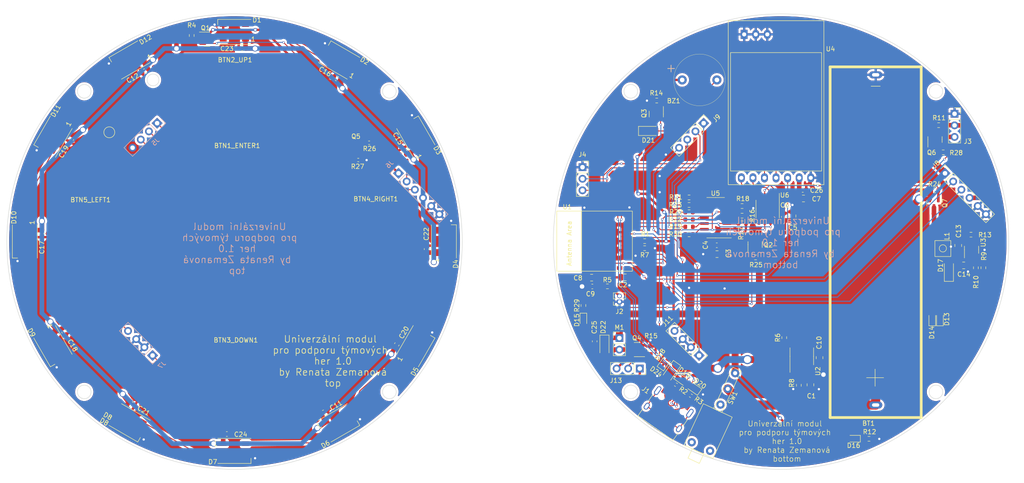
<source format=kicad_pcb>
(kicad_pcb (version 20211014) (generator pcbnew)
  (layers (0 "F.Cu" signal) (31 "B.Cu" signal) (34 "B.Paste" user) (35 "F.Paste" user) (36 "B.SilkS" user "B.Silkscreen") (37 "F.SilkS" user "F.Silkscreen") (38 "B.Mask" user) (39 "F.Mask" user) (44 "Edge.Cuts" user))
  (net 0 "")
  (net 1 "GND")
  (net 2 "DATA_LED")
  (net 3 "Net-(D13-Pad1)")
  (net 4 "Net-(R16-Pad2)")
  (net 5 "SDA")
  (net 6 "SCL")
  (net 7 "+5V")
  (net 8 "Net-(D1-Pad2)")
  (net 9 "Net-(D13-Pad2)")
  (net 10 "Net-(D2-Pad2)")
  (net 11 "Net-(D5-Pad2)")
  (net 12 "Net-(D10-Pad4)")
  (net 13 "Net-(D8-Pad2)")
  (net 14 "Net-(D3-Pad2)")
  (net 16 "+3V3")
  (net 17 "Net-(D14-Pad1)")
  (net 18 "D+")
  (net 19 "D-")
  (net 21 "Net-(D16-Pad1)")
  (net 23 "unconnected-(J1-PadS1)")
  (net 24 "Net-(D17-Pad2)")
  (net 25 "Net-(J1-PadA5)")
  (net 26 "Net-(J1-PadB5)")
  (net 27 "Net-(R8-Pad1)")
  (net 28 "Net-(R10-Pad1)")
  (net 30 "PWR_LED")
  (net 31 "Net-(BZ1-Pad2)")
  (net 32 "Net-(C2-Pad1)")
  (net 33 "TX_LoRa")
  (net 34 "RX_LoRa")
  (net 35 "Net-(C25-Pad2)")
  (net 36 "Net-(Q2-Pad1)")
  (net 37 "PIEZO")
  (net 38 "MOTOR")
  (net 39 "Net-(R13-Pad2)")
  (net 40 "Net-(R23-Pad1)")
  (net 42 "Net-(D4-Pad2)")
  (net 43 "Net-(D6-Pad2)")
  (net 44 "Net-(D7-Pad2)")
  (net 45 "Net-(D10-Pad2)")
  (net 46 "Net-(D11-Pad2)")
  (net 47 "DATA_LED_OUT")
  (net 48 "Net-(D24-Pad2)")
  (net 49 "Net-(R19-Pad1)")
  (net 50 "Net-(R20-Pad1)")
  (net 51 "Net-(R22-Pad1)")
  (net 52 "U_BAT_ADC")
  (net 53 "3V3_SWITCHED")
  (net 54 "Net-(BT1-Pad1)")
  (net 55 "Net-(Q6-Pad2)")
  (net 56 "DATA_LED_SIDE")
  (net 57 "Net-(Q5-Pad1)")
  (net 58 "Net-(J3-Pad3)")
  (net 59 "AUX_LoRa")
  (net 60 "M0_LoRa")
  (net 61 "M1_LoRa")
  (net 63 "CHANGE")
  (net 64 "BTN_UP_T")
  (net 65 "BTN_RIGHT_T")
  (net 66 "BTN_ENTER_T")
  (net 67 "BTN_LEFT_T")
  (net 68 "BTN_DOWN_T")
  (net 69 "BTN_UP_B")
  (net 70 "BTN_RIGHT_B")
  (net 71 "BTN_ENTER_B")
  (net 72 "BTN_LEFT_B")
  (net 73 "BTN_DOWN_B")
  (net 74 "PHOTOTRANZISTOR_T")
  (net 75 "PHOTOTRANZISTOR_B")
  (net 76 "3V3_T")
  (net 77 "GND_T")
  (net 78 "PWR_LED_T")
  (net 79 "DATA_LED_T")
  (net 80 "3V3_SWITCHED_LED")
  (net 81 "Net-(Q7-Pad1)")
  (net 82 "GUARD_T")
  (net 83 "GUARD_B")
  (net 84 "Net-(R21-Pad2)")
  (net 85 "Net-(D15-Pad1)")
  (net 86 "LED_1")
  (net 87 "MOTOR_1")
  (net 88 "Net-(R30-Pad1)")
  (footprint "Package_TO_SOT_SMD:SOT-23" (layer "F.Cu") (at 93.95 55.55)
    (fp_text reference "Q1")
    (fp_text value "Q_NMOS_GSD")
  )
  (footprint "Library:Cap_btn_1,6x1,6" (layer "F.Cu") (at 98.52 131.2)
    (fp_text reference "BTN3_DOWN1")
    (fp_text value "Cap_btn")
  )
  (footprint "Diode_SMD:D_SOD-123" (layer "F.Cu") (at 190.95 75.7)
    (fp_text reference "D21")
    (fp_text value "D_Schottky")
  )
  (footprint "Connector_PinHeader_2.54mm:PinHeader_1x02_P2.54mm_Vertical" (layer "F.Cu") (at 184.5 121.175)
    (fp_text reference "M1")
    (fp_text value "Motor_DC")
  )
  (footprint "Resistor_SMD:R_0603_1608Metric" (layer "F.Cu") (at 192.7 69.025 180)
    (fp_text reference "R14")
    (fp_text value "100k")
  )
  (footprint "Resistor_SMD:R_0603_1608Metric" (layer "F.Cu") (at 199.8 98.4 180)
    (fp_text reference "R30")
    (fp_text value "10k")
  )
  (footprint "Resistor_SMD:R_0603_1608Metric" (layer "F.Cu") (at 264.425 105.75 90)
    (fp_text reference "R9")
    (fp_text value "39k")
  )
  (footprint "Capacitor_SMD:C_0805_2012Metric" (layer "F.Cu") (at 258.9 100.85 -90)
    (fp_text reference "C13")
    (fp_text value "4u7")
  )
  (footprint "Connector_PinSocket_2.54mm:PinSocket_1x06_P2.54mm_Vertical" (layer "F.Cu") (at 256 85 45)
    (fp_text reference "J8")
    (fp_text value "Conn_01x06_Female")
  )
  (footprint "Resistor_SMD:R_0603_1608Metric" (layer "F.Cu") (at 214.4 103.47)
    (fp_text reference "R25")
    (fp_text value "100k")
  )
  (footprint "Resistor_SMD:R_0603_1608Metric" (layer "F.Cu") (at 253.7 88.75 180)
    (fp_text reference "R24")
    (fp_text value "100k")
  )
  (footprint "Connector_PinSocket_2.54mm:PinSocket_1x03_P2.54mm_Vertical" (layer "F.Cu") (at 176.4 83.66)
    (fp_text reference "J4")
    (fp_text value "Conn_01x03_Male")
  )
  (footprint "Resistor_SMD:R_0603_1608Metric" (layer "F.Cu") (at 255.6 80.4 180)
    (fp_text reference "R28")
    (fp_text value "180R")
  )
  (footprint "Library:E22-900T22D" (layer "F.Cu") (at 218.9 69.5 180)
    (fp_text reference "U4")
    (fp_text value "E22-900T22D")
  )
  (footprint "Connector_PinSocket_2.54mm:PinSocket_1x03_P2.54mm_Vertical" (layer "F.Cu") (at 188.975 127.875 -90)
    (fp_text reference "J13")
    (fp_text value "Conn_01x03_Male")
  )
  (footprint "LED_SMD:LED_WS2812B_PLCC4_5.0x5.0mm_P3.2mm" (layer "F.Cu") (at 139.797168 122.959999 60)
    (fp_text reference "D5")
    (fp_text value "WS2812B")
  )
  (footprint "Resistor_SMD:R_0603_1608Metric" (layer "F.Cu") (at 90.59 54.74 -90)
    (fp_text reference "R4")
    (fp_text value "10k")
  )
  (footprint "Package_TO_SOT_SMD:SOT-23" (layer "F.Cu") (at 253.8 77.5875 90)
    (fp_text reference "Q6")
    (fp_text value "Q_NMOS_GSD")
  )
  (footprint "LED_SMD:LED_0603_1608Metric" (layer "F.Cu") (at 254.88 117 90)
    (fp_text reference "D13")
    (fp_text value "Green")
  )
  (footprint "LED_SMD:LED_0603_1608Metric" (layer "F.Cu") (at 176.6 117.2 -90)
    (fp_text reference "D15")
    (fp_text value "Green")
  )
  (footprint "Library:L_CDRH3D18" (layer "F.Cu") (at 255.525 101.525)
    (fp_text reference "L1")
    (fp_text value "4u7")
  )
  (footprint "Capacitor_SMD:C_0603_1608Metric" (layer "F.Cu") (at 64.19 77.42 -120)
    (fp_text reference "C19")
    (fp_text value "100n")
  )
  (footprint "Capacitor_SMD:C_0603_1608Metric" (layer "F.Cu") (at 220.6 94.57 90)
    (fp_text reference "C6")
    (fp_text value "100n")
  )
  (footprint "LED_SMD:LED_WS2812B_PLCC4_5.0x5.0mm_P3.2mm" (layer "F.Cu") (at 145.96 99.96 90)
    (fp_text reference "D4")
    (fp_text value "WS2812B")
  )
  (footprint "Diode_SMD:D_SOD-323" (layer "F.Cu") (at 198.144994 130.268608 -35)
    (fp_text reference "D19")
    (fp_text value "SD05_SOD323")
  )
  (footprint "LED_SMD:LED_WS2812B_PLCC4_5.0x5.0mm_P3.2mm" (layer "F.Cu") (at 53.96 99.96 -90)
    (fp_text reference "D10")
    (fp_text value "WS2812B")
  )
  (footprint "Capacitor_SMD:C_0603_1608Metric" (layer "F.Cu") (at 98.31 142.24)
    (fp_text reference "C24")
    (fp_text value "100n")
  )
  (footprint "Library:SMD,3.5x2.8x1.9mm" (layer "F.Cu") (at 126.63 79.79 -90)
    (fp_text reference "Q5")
    (fp_text value "Q_Photo_NPN")
  )
  (footprint "Resistor_SMD:R_0603_1608Metric" (layer "F.Cu") (at 211.4625 96 180)
    (fp_text reference "R17")
    (fp_text value "10k")
  )
  (footprint "LED_SMD:LED_WS2812B_PLCC4_5.0x5.0mm_P3.2mm" (layer "F.Cu") (at 60.122831 122.96 -60)
    (fp_text reference "D9")
    (fp_text value "WS2812B")
  )
  (footprint "Capacitor_SMD:C_0805_2012Metric" (layer "F.Cu") (at 224.92 90.53)
    (fp_text reference "C7")
    (fp_text value "10u")
  )
  (footprint "Connector_PinSocket_1.27mm:PinSocket_1x02_P1.27mm_Vertical" (layer "F.Cu") (at 184.516745 113.212482 180)
    (fp_text reference "J2")
    (fp_text value "Conn_01x02_Female")
  )
  (footprint "Capacitor_SMD:C_0805_2012Metric" (layer "F.Cu") (at 178.406698 107.917961 180)
    (fp_text reference "C8")
    (fp_text value "10u")
  )
  (footprint "Package_SO:SOIC-8_3.9x4.9mm_P1.27mm" (layer "F.Cu") (at 217.05 92.85 -90)
    (fp_text reference "U6")
    (fp_text value "PCA9536D")
  )
  (footprint "Connector_USB:USB_C_Receptacle_HRO_TYPE-C-31-M-12" (layer "F.Cu") (at 194.650338 137.752625 -35)
    (fp_text reference "J1")
    (fp_text value "USB_C_Receptacle_USB2.0")
  )
  (footprint "Capacitor_SMD:C_0603_1608Metric" (layer "F.Cu") (at 135.6325 122.56117 60)
    (fp_text reference "C20")
    (fp_text value "100n")
  )
  (footprint "Capacitor_SMD:C_0603_1608Metric" (layer "F.Cu") (at 77.39 135.67 -30)
    (fp_text reference "C21")
    (fp_text value "100n")
  )
  (footprint "Capacitor_SMD:C_0603_1608Metric" (layer "F.Cu") (at 57.7 98.24 -90)
    (fp_text reference "C17")
    (fp_text value "100n")
  )
  (footprint "LED_SMD:LED_WS2812B_PLCC4_5.0x5.0mm_P3.2mm" (layer "F.Cu") (at 99.96 145.96)
    (fp_text reference "D7")
    (fp_text value "WS2812B")
  )
  (footprint "Connector_PinHeader_2.54mm:PinHeader_1x04_P2.54mm_Vertical" (layer "F.Cu") (at 203 74 -45)
    (fp_text reference "J9")
    (fp_text value "Conn_01x04_Female")
  )
  (footprint "Diode_SMD:D_SOD-123" (layer "F.Cu") (at 256.85 106.475 90)
    (fp_text reference "D17")
    (fp_text value "MBR0520")
  )
  (footprint "Capacitor_SMD:C_0603_1608Metric" (layer "F.Cu") (at 119.67 137.47 30)
    (fp_text reference "C11")
    (fp_text value "100n")
  )
  (footprint "Diode_SMD:D_SOD-323" (layer "F.Cu") (at 200.889153 132.190089 145)
    (fp_text reference "D20")
    (fp_text value "SD05_SOD323")
  )
  (footprint "Capacitor_SMD:C_0805_2012Metric" (layer "F.Cu") (at 260.1 105.225)
    (fp_text reference "C14")
    (fp_text value "10u")
  )
  (footprint "Resistor_SMD:R_0603_1608Metric" (layer "F.Cu") (at 199.8 90.3)
    (fp_text reference "R21")
    (fp_text value "10k")
  )
  (footprint "Library:Cap_btn_4x4" (layer "F.Cu") (at 99.88 99.09)
    (fp_text reference "BTN1_ENTER1")
    (fp_text value "Cap_btn")
  )
  (footprint "Resistor_SMD:R_0402_1005Metric" (layer "F.Cu") (at 200.196672 133.841564 -35)
    (fp_text reference "R3")
    (fp_text value "5k1")
  )
  (footprint "Connector_PinHeader_2.54mm:PinHeader_1x04_P2.54mm_Vertical" (layer "F.Cu") (at 202 125 -135)
    (fp_text reference "J11")
    (fp_text value "Conn_01x04_Female")
  )
  (footprint "Resistor_SMD:R_0603_1608Metric" (layer "F.Cu") (at 261.7 98.475)
    (fp_text reference "R13")
    (fp_text value "150k")
  )
  (footprint "Resistor_SMD:R_0603_1608Metric" (layer "F.Cu") (at 211.4375 94.3 180)
    (fp_text reference "R16")
    (fp_text value "10k")
  )
  (footprint "LED_SMD:LED_WS2812B_PLCC4_5.0x5.0mm_P3.2mm" (layer "F.Cu") (at 99.96 53.96 180)
    (fp_text reference "D1")
    (fp_text value "WS2812B")
  )
  (footprint "Resistor_SMD:R_0603_1608Metric" (layer "F.Cu") (at 199.8 91.95 180)
    (fp_text reference "R23")
    (fp_text value "10k")
  )
  (footprint "LED_SMD:LED_0603_1608Metric" (layer "F.Cu") (at 253.2 117 90)
    (fp_text reference "D14")
    (fp_text value "Red")
  )
  (footprint "Package_SO:SOIC-14_3.9x8.7mm_P1.27mm" (layer "F.Cu") (at 205.6375 94.75 180)
    (fp_text reference "U5")
    (fp_text value "AT42QT1070-S")
  )
  (footprint "Resistor_SMD:R_0603_1608Metric" (layer "F.Cu") (at 223.9 131.54 -90)
    (fp_text reference "R8")
    (fp_text value "1k2")
  )
  (footprint "LED_SMD:LED_WS2812B_PLCC4_5.0x5.0mm_P3.2mm" (layer "F.Cu") (at 139.797168 76.96 120)
    (fp_text reference "D3")
    (fp_text value "WS2812B")
  )
  (footprint "Diode_SMD:D_SOD-323" (layer "F.Cu") (at 194.345401 126.668028 55)
    (fp_text reference "D18")
    (fp_text value "SD05_SOD323")
  )
  (footprint "Package_TO_SOT_SMD:SOT-23-5" (layer "F.Cu") (at 261.825 101.7875 90)
    (fp_text reference "U3")
    (fp_text value "LT1930")
  )
  (footprint "Resistor_SMD:R_0603_1608Metric" (layer "F.Cu") (at 190.05 101.45)
    (fp_text reference "R7")
    (fp_text value "10k")
  )
  (footprint "Resistor_SMD:R_0603_1608Metric" (layer "F.Cu") (at 176.6 114.025 90)
    (fp_text reference "R29")
    (fp_text value "1k")
  )
  (footprint "LED_SMD:LED_WS2812B_PLCC4_5.0x5.0mm_P3.2mm" (layer "F.Cu") (at 122.96 139.797168 30)
    (fp_text reference "D6")
    (fp_text value "WS2812B")
  )
  (footprint "Capacitor_SMD:C_0603_1608Metric" (layer "F.Cu") (at 122.47 64.21 150)
    (fp_text reference "C16")
    (fp_text value "100n")
  )
  (footprint "Resistor_SMD:R_0603_1608Metric" (layer "F.Cu") (at 239.3 143.3)
    (fp_text reference "R12")
    (fp_text value "1k")
  )
  (footprint "Capacitor_SMD:C_0805_2012Metric" (layer "F.Cu") (at 226.45 131.44 -90)
    (fp_text reference "C1")
    (fp_text value "4u7")
  )
  (footprint "Resistor_SMD:R_0603_1608Metric" (layer "F.Cu") (at 199.8 95.15 180)
    (fp_text reference "R22")
    (fp_text value "10k")
  )
  (footprint "Capacitor_SMD:C_0603_1608Metric" (layer "F.Cu") (at 178.556698 109.851338 180)
    (fp_text reference "C9")
    (fp_text value "100n")
  )
  (footprint "Resistor_SMD:R_0603_1608Metric" (layer "F.Cu") (at 211.4375 92.2 180)
    (fp_text reference "R18")
    (fp_text value "10k")
  )
  (footprint "Library:ESP32-C3" (layer "F.Cu") (at 181.75 99.9 90)
    (fp_text reference "U1")
    (fp_text value "ESP32-C3")
  )
  (footprint "Capacitor_SMD:C_0603_1608Metric" (layer "F.Cu") (at 142.17 101.65 90)
    (fp_text reference "C22")
    (fp_text value "100n")
  )
  (footprint "Resistor_SMD:R_0603_1608Metric" (layer "F.Cu") (at 199.8 93.55 180)
    (fp_text reference "R20")
    (fp_text value "10k")
  )
  (footprint "Capacitor_SMD:C_0603_1608Metric" (layer "F.Cu") (at 101.67 57.58 180)
    (fp_text reference "C23")
    (fp_text value "100n")
  )
  (footprint "Capacitor_SMD:C_0603_1608Metric" (layer "F.Cu") (at 62.55 119.73 -60)
    (fp_text reference "C18")
    (fp_text value "100n")
  )
  (footprint "Capacitor_SMD:C_0805_2012Metric" (layer "F.Cu") (at 222.52 94.38 90)
    (fp_text reference "C5")
    (fp_text value "10u")
  )
  (footprint "Resistor_SMD:R_0402_1005Metric" (layer "F.Cu") (at 196.915985 131.422326 145)
    (fp_text reference "R2")
    (fp_text value "5k1")
  )
  (footprint "Library:battery_dock" (layer "F.Cu") (at 240.77 99.63 -90)
    (fp_text reference "BT1")
    (fp_text value "Battery_Cell")
  )
  (footprint "Package_TO_SOT_SMD:SOT-23" (layer "F.Cu") (at 214.3 100.65 90)
    (fp_text reference "Q2")
    (fp_text value "Q_PMOS_GSD")
  )
  (footprint "Diode_SMD:D_SOD-123" (layer "F.Cu") (at 195.880064 128.49957 -125)
    (fp_text reference "D24")
    (fp_text value "D_Schottky")
  )
  (footprint "Library:BTN_1101M2S2AV2QE2" (layer "F.Cu") (at 202.4 145 -25)
    (fp_text reference "SW1")
    (fp_text value "SW_SPDT")
  )
  (footprint "Package_TO_SOT_SMD:SOT-23" (layer "F.Cu") (at 253.575 91.575 -90)
    (fp_text reference "Q7")
    (fp_text value "Q_PMOS_GSD")
  )
  (footprint "Resistor_SMD:R_0603_1608Metric" (layer "F.Cu") (at 262.775 105.75 -90)
    (fp_text reference "R10")
    (fp_text value "13k")
  )
  (footprint "Resistor_SMD:R_0603_1608Metric" (layer "F.Cu") (at 181.872604 109.826337)
    (fp_text reference "R5")
    (fp_text value "10k")
  )
  (footprint "Capacitor_SMD:C_0603_1608Metric" (layer "F.Cu") (at 205.886786 100.8 180)
    (fp_text reference "C4")
    (fp_text value "100n")
  )
  (footprint "TestPoint:TestPoint_Pad_D2.0mm" (layer "F.Cu") (at 72.5 76)
    (fp_text reference "TP1" hide)
    (fp_text value "TestPoint")
  )
  (footprint "Resistor_SMD:R_0603_1608Metric" (layer "F.Cu") (at 199.799286 96.75 180)
    (fp_text reference "R19")
    (fp_text value "10k")
  )
  (footprint "Capacitor_SMD:C_0805_2012Metric" (layer "F.Cu") (at 228.45 125.49 -90)
    (fp_text reference "C10")
    (fp_text value "4u7")
  )
  (footprint "Resistor_SMD:R_0603_1608Metric" (layer "F.Cu") (at 190.05 99.9 180)
    (fp_text reference "R1")
    (fp_text value "47k")
  )
  (footprint "Capacitor_SMD:C_0805_2012Metric" (layer "F.Cu") (at 205.936786 102.75 180)
    (fp_text reference "C3")
    (fp_text value "100u")
  )
  (footprint "Capacitor_SMD:C_0805_2012Metric" (layer "F.Cu") (at 185.761745 107.847482)
    (fp_text reference "C2")
    (fp_text value "1u")
  )
  (footprint "LED_SMD:LED_WS2812B_PLCC4_5.0x5.0mm_P3.2mm" (layer "F.Cu") (at 122.96 60.122831 150)
    (fp_text reference "D2")
    (fp_text value "WS2812B")
  )
  (footprint "Library:Cap_btn_1,6x1,6" (layer "F.Cu") (at 68.16 100.2)
    (fp_text reference "BTN5_LEFT1")
    (fp_text value "Cap_btn")
  )
  (footprint "Capacitor_SMD:C_0603_1608Metric" (layer "F.Cu") (at 224.75 88.65)
    (fp_text reference "C26")
    (fp_text value "100n")
  )
  (footprint "Resistor_SMD:R_0603_1608Metric" (layer "F.Cu") (at 220.7 121.09 90)
    (fp_text reference "R6")
    (fp_text value "1k")
  )
  (footprint "Library:Cap_btn_1,6x1,6" (layer "F.Cu") (at 99.14 69.79)
    (fp_text reference "BTN2_UP1")
    (fp_text value "Cap_btn")
  )
  (footprint "Package_TO_SOT_SMD:SOT-23" (layer "F.Cu") (at 192.6 72 -90)
    (fp_text reference "Q3")
    (fp_text value "Q_NMOS_GSD")
  )
  (footprint "Library:PIEZO" (layer "F.Cu") (at 202.1 64.5 90)
    (fp_text reference "BZ1")
    (fp_text value "Buzzer")
  )
  (footprint "Resistor_SMD:R_0402_1005Metric" (layer "F.Cu") (at 129.55 78.3 180)
    (fp_text reference "R26")
    (fp_text value "22k")
  )
  (footprint "Package_SO:SOP-8_3.76x4.96mm_P1.27mm" (layer "F.Cu") (at 224.55 125.19 90)
    (fp_text reference "U2")
    (fp_text value "CN3058E")
  )
  (footprint "Connector_PinSocket_2.54mm:PinSocket_1x03_P2.54mm_Vertical" (layer "F.Cu") (at 258.09262 71.9375)
    (fp_text reference "J3")
    (fp_text value "Conn_01x03_Male")
  )
  (footprint "Resistor_SMD:R_0603_1608Metric" (layer "F.Cu") (at 191.32119 123.8475 90)
    (fp_text reference "R15")
    (fp_text value "100k")
  )
  (footprint "LED_SMD:LED_WS2812B_PLCC4_5.0x5.0mm_P3.2mm" (layer "F.Cu") (at 60.122831 76.96 -120)
    (fp_text reference "D11")
    (fp_text value "WS2812B")
  )
  (footprint "LED_SMD:LED_0603_1608Metric" (layer "F.Cu") (at 235.925 143.275 180)
    (fp_text reference "D16")
    (fp_text value "Green")
  )
  (footprint "Capacitor_SMD:C_0603_1608Metric" (layer "F.Cu") (at 179.07119 121.8975 -90)
    (fp_text reference "C25")
    (fp_text value "100n")
  )
  (footprint "Library:Cap_btn_1,6x1,6" (layer "F.Cu") (at 129.53 101.12)
    (fp_text reference "BTN4_RIGHT1")
    (fp_text value "Cap_btn")
  )
  (footprint "LED_SMD:LED_WS2812B_PLCC4_5.0x5.0mm_P3.2mm" (layer "F.Cu") (at 76.959999 60.122831 -150)
    (fp_text reference "D12")
    (fp_text value "WS2812B")
  )
  (footprint "Diode_SMD:D_SOD-123" (layer "F.Cu") (at 181.22119 122.7775 -90)
    (fp_text reference "D22")
    (fp_text value "D_Schottky")
  )
  (footprint "Capacitor_SMD:C_0603_1608Metric" (layer "F.Cu") (at 80.37 62.54 -150)
    (fp_text reference "C12")
    (fp_text value "100n")
  )
  (footprint "Resistor_SMD:R_0402_1005Metric" (layer "F.Cu") (at 127.16 82.085)
    (fp_text reference "R27")
    (fp_text value "10k")
  )
  (footprint "Package_TO_SOT_SMD:SOT-23" (layer "F.Cu") (at 188.39119 123.7075 180)
    (fp_text reference "Q4")
    (fp_text value "Q_NMOS_GSD")
  )
  (footprint "Capacitor_SMD:C_0603_1608Metric" (layer "F.Cu") (at 137.35 80.16 120)
    (fp_text reference "C15")
    (fp_text value "100n")
  )
  (footprint "LED_SMD:LED_WS2812B_PLCC4_5.0x5.0mm_P3.2mm" (layer "F.Cu") (at 76.96 139.797168 -30)
    (fp_text reference "D8")
    (fp_text value "WS2812B")
  )
  (footprint "Resistor_SMD:R_0603_1608Metric" (layer "F.Cu") (at 254.6 74.4375 180)
    (fp_text reference "R11")
    (fp_text value "10k")
  )
  (footprint "Connector_PinHeader_2.54mm:PinHeader_1x04_P2.54mm_Vertical" (layer "B.Cu") (at 82 125 45)
    (fp_text reference "J7")
    (fp_text value "Conn_01x04_Female")
  )
  (footprint "Connector_PinHeader_2.54mm:PinHeader_1x04_P2.54mm_Vertical" (layer "B.Cu") (at 83 74 135)
    (fp_text reference "J5")
    (fp_text value "Conn_01x04_Female")
  )
  (footprint "Connector_PinSocket_2.54mm:PinSocket_1x06_P2.54mm_Vertical" (layer "B.Cu") (at 136 85 -135)
    (fp_text reference "J6")
    (fp_text value "Conn_01x06_Female")
  )
  (gr_circle (center 67 67) (end 68.5 67) (layer "Edge.Cuts") (width 0.1) (fill none))
  (gr_circle (center 254 67) (end 255.5 67) (layer "Edge.Cuts") (width 0.1) (fill none))
  (gr_circle (center 82.1 64.5) (end 83.4 64.5) (layer "Edge.Cuts") (width 0.1) (fill none))
  (gr_circle (center 67 133) (end 68.5 133) (layer "Edge.Cuts") (width 0.1) (fill none))
  (gr_circle (center 187 133) (end 188.5 133) (layer "Edge.Cuts") (width 0.1) (fill none))
  (gr_circle (center 254 133) (end 255.5 133) (layer "Edge.Cuts") (width 0.1) (fill none))
  (gr_circle (center 134 67) (end 135.5 67) (layer "Edge.Cuts") (width 0.1) (fill none))
  (gr_circle (center 100 100) (end 150 100) (layer "Edge.Cuts") (width 0.1) (fill none))
  (gr_circle (center 134 133) (end 135.5 133) (layer "Edge.Cuts") (width 0.1) (fill none))
  (gr_circle (center 187 67) (end 188.5 67) (layer "Edge.Cuts") (width 0.1) (fill none))
  (gr_circle (center 220 100) (end 270 100) (layer "Edge.Cuts") (width 0.1) (fill none))
  (gr_text "Univerzální modul \npro podporu týmových \nher 1.0\nby Renata Zemanová\nbottom\n\n" (at 219.9 101.45) (layer "B.SilkS") (effects (font (size 1.5 1.5)) (justify mirror)))
  (gr_text "Univerzální modul \npro podporu týmových \nher 1.0\nby Renata Zemanová\ntop\n\n" (at 100.55 102.75) (layer "B.SilkS") (effects (font (size 1.5 1.5)) (justify mirror)))
  (gr_text "Univerzální modul \npro podporu týmových \nher 1.0\nby Renata Zemanová\ntop\n\n" (at 121.6 127.45) (layer "F.SilkS") (effects (font (size 1.5 1.5))))
  (gr_text "Univerzální modul \npro podporu týmových \nher 1.0\nby Renata Zemanová\nbottom\n\n" (at 221.3 144.8) (layer "F.SilkS") (effects (font (size 1.2 1.2) (thickness 0.12))))
  (segment (start 177.456698 105.842435) (end 177.414263 105.8) (width 0.5) (layer "F.Cu") (net 1))
  (segment (start 196.883381 130.239759) (end 197.284884 129.666352) (width 0.5) (layer "F.Cu") (net 1))
  (segment (start 181.75 97.925) (end 179.775 97.925) (width 0.5) (layer "F.Cu") (net 1))
  (segment (start 205.0275 98.56) (end 205.6275 98.56) (width 0.5) (layer "F.Cu") (net 1))
  (segment (start 240.125 143.3) (end 241.5375 143.3) (width 0.5) (layer "F.Cu") (net 1))
  (segment (start 205.111786 100.8) (end 205.111786 98.644286) (width 0.5) (layer "F.Cu") (net 1))
  (segment (start 179.775 99.9) (end 176.85 99.9) (width 0.5) (layer "F.Cu") (net 1))
  (segment (start 261.05 104.675) (end 261.825 103.9) (width 0.5) (layer "F.Cu") (net 1))
  (segment (start 241.5375 143.3) (end 241.5625 143.325) (width 0.5) (layer "F.Cu") (net 1))
  (segment (start 222.6725 132.3725) (end 222.665 132.365) (width 0.5) (layer "F.Cu") (net 1))
  (segment (start 205.6275 98.56) (end 206.8975 97.29) (width 0.5) (layer "F.Cu") (net 1))
  (segment (start 222.52 91.97) (end 222.5 91.95) (width 0.5) (layer "F.Cu") (net 1))
  (segment (start 176.85 102.3) (end 176.85 103.1) (width 0.5) (layer "F.Cu") (net 1))
  (segment (start 227.85 132.39) (end 228.29 132.39) (width 0.5) (layer "F.Cu") (net 1))
  (segment (start 196.931268 130.511342) (end 196.883381 130.239759) (width 0.5) (layer "F.Cu") (net 1))
  (segment (start 193.743146 127.528138) (end 195.010961 128.415871) (width 0.5) (layer "F.Cu") (net 1))
  (segment (start 177.456698 107.917961) (end 177.456698 105.842435) (width 0.5) (layer "F.Cu") (net 1))
  (segment (start 203.1625 98.56) (end 205.0275 98.56) (width 0.5) (layer "F.Cu") (net 1))
  (segment (start 204.986786 102.75) (end 204.986786 101.750714) (width 0.5) (layer "F.Cu") (net 1))
  (segment (start 181.75 99.9) (end 181.75 97.925) (width 0.5) (layer "F.Cu") (net 1))
  (segment (start 179.775 99.9) (end 179.775 101.875) (width 0.5) (layer "F.Cu") (net 1))
  (segment (start 179.775 99.9) (end 181.75 99.9) (width 0.5) (layer "F.Cu") (net 1))
  (segment (start 181.75 99.9) (end 183.725 99.9) (width 0.5) (layer "F.Cu") (net 1))
  (segment (start 177.456698 108.992435) (end 177.456698 107.917961) (width 0.5) (layer "F.Cu") (net 1))
  (segment (start 228.45 128.35) (end 229.3 129.2) (width 1) (layer "F.Cu") (net 1))
  (segment (start 226.425 132.365) (end 226.45 132.39) (width 0.5) (layer "F.Cu") (net 1))
  (segment (start 200.121165 134.838559) (end 200.614439 134.134089) (width 0.5) (layer "F.Cu") (net 1))
  (segment (start 190.875 101.45) (end 192.3 101.45) (width 0.5) (layer "F.Cu") (net 1))
  (segment (start 192.71506 128.996396) (end 193.743146 127.528138) (width 0.5) (layer "F.Cu") (net 1))
  (segment (start 176.6 111.6) (end 176.3 111.3) (width 0.5) (layer "F.Cu") (net 1))
  (segment (start 176.85 103.1) (end 176.85 103.9) (width 0.5) (layer "F.Cu") (net 1))
  (segment (start 223.9 132.365) (end 225.175 132.365) (width 0.5) (layer "F.Cu") (net 1))
  (segment (start 176.85 97.5) (end 176.85 98.3) (width 0.5) (layer "F.Cu") (net 1))
  (segment (start 190.4925 123.0225) (end 191.32119 123.0225) (width 0.5) (layer "F.Cu") (net 1))
  (segment (start 186.65 105.8) (end 186.7 105.85) (width 0.5) (layer "F.Cu") (net 1))
  (segment (start 176.85 94) (end 176.8 93.95) (width 0.5) (layer "F.Cu") (net 1))
  (segment (start 177.781698 109.317435) (end 177.456698 108.992435) (width 0.5) (layer "F.Cu") (net 1))
  (segment (start 186.65 103.1) (end 188.05 103.1) (width 0.5) (layer "F.Cu") (net 1))
  (segment (start 201.749263 132.792344) (end 201.175687 133.611496) (width 0.5) (layer "F.Cu") (net 1))
  (segment (start 262.775 106.575) (end 261.05 106.575) (width 0.5) (layer "F.Cu") (net 1))
  (segment (start 177.781698 109.851338) (end 176.301338 109.851338) (width 1) (layer "F.Cu") (net 1))
  (segment (start 194.765524 131.259408) (end 192.881474 129.940182) (width 0.5) (layer "F.Cu") (net 1))
  (segment (start 222.645 132.345) (end 222.665 132.365) (width 0.5) (layer "F.Cu") (net 1))
  (segment (start 222.52 93.43) (end 222.52 91.97) (width 0.5) (layer "F.Cu") (net 1))
  (segment (start 225.175 132.365) (end 226.425 132.365) (width 0.5) (layer "F.Cu") (net 1))
  (segment (start 191.875 69.025) (end 190.575 69.025) (width 0.5) (layer "F.Cu") (net 1))
  (segment (start 208.1125 97.29) (end 206.8975 97.29) (width 0.5) (layer "F.Cu") (net 1))
  (segment (start 258 101.8) (end 257.3 101.1) (width 0.5) (layer "F.Cu") (net 1))
  (segment (start 221.62 93.43) (end 222.52 93.43) (width 0.5) (layer "F.Cu") (net 1))
  (segment (start 225.87 89.67) (end 225.87 90.53) (width 0.5) (layer "F.Cu") (net 1))
  (segment (start 200.229218 135.451361) (end 200.121165 134.838559) (width 0.5) (layer "F.Cu") (net 1))
  (segment (start 186 103.1) (end 184.775 101.875) (width 0.5) (layer "F.Cu") (net 1))
  (segment (start 195.400835 128.347126) (end 197.284884 129.666352) (width 0.5) (layer "F.Cu") (net 1))
  (segment (start 204.986786 102.75) (end 202.9 102.75) (width 0.5) (layer "F.Cu") (net 1))
  (segment (start 176.85 95.9) (end 176.85 96.7) (width 0.5) (layer "F.Cu") (net 1))
  (segment (start 185.75 105.8) (end 186.65 105.8) (width 0.5) (layer "F.Cu") (net 1))
  (segment (start 220.6 93.795) (end 221.255 93.795) (width 0.5) (layer "F.Cu") (net 1))
  (segment (start 200.95285 133.650789) (end 201.175687 133.611496) (width 0.5) (layer "F.Cu") (net 1))
  (segment (start 258.9 101.8) (end 258 101.8) (width 0.5) (layer "F.Cu") (net 1))
  (segment (start 205.111786 101.625714) (end 204.986786 101.750714) (width 0.5) (layer "F.Cu") (net 1))
  (segment (start 261.825 101.905) (end 261.93 101.8) (width 0.5) (layer "F.Cu") (net 1))
  (segment (start 258.9 101.8) (end 261.93 101.8) (width 0.5) (layer "F.Cu") (net 1))
  (segment (start 181.75 99.9) (end 181.75 101.875) (width 0.5) (layer "F.Cu") (net 1))
  (segment (start 215.145 91.405) (end 213.9 92.65) (width 0.5) (layer "F.Cu") (net 1))
  (segment (start 222.675 132.3725) (end 222.6725 132.3725) (width 0.5) (layer "F.Cu") (net 1))
  (segment (start 191.875 69.875) (end 191.65 70.1) (width 0.5) (layer "F.Cu") (net 1))
  (segment (start 176.3 109.85) (end 176.3 111.3) (width 0.5) (layer "F.Cu") (net 1))
  (segment (start 176.85 96.7) (end 176.85 97.5) (width 0.5) (layer "F.Cu") (net 1))
  (segment (start 196.498218 131.129802) (end 196.931268 130.511342) (width 0.5) (layer "F.Cu") (net 1))
  (segment (start 200.614439 134.134088) (end 200.95285 133.650789) (width 0.5) (layer "F.Cu") (net 1))
  (segment (start 194.858843 131.788646) (end 194.765524 131.259408) (width 0.5) (layer "F.Cu") (net 1))
  (segment (start 186.711745 109.588255) (end 186.7 109.6) (width 0.5) (layer "F.Cu") (net 1))
  (segment (start 177.414263 105.8) (end 176.85 105.8) (width 0.5) (layer "F.Cu") (net 1))
  (segment (start 205.111786 100.8) (end 205.111786 101.625714) (width 0.5) (layer "F.Cu") (net 1))
  (segment (start 228.29 132.39) (end 228.3 132.4) (width 0.5) (layer "F.Cu") (net 1))
  (segment (start 261.05 105.225) (end 261.05 104.675) (width 0.5) (layer "F.Cu") (net 1))
  (segment (start 176.85 98.3) (end 176.85 99.1) (width 0.5) (layer "F.Cu") (net 1))
  (segment (start 176.85 105.8) (end 176.8 105.85) (width 0.5) (layer "F.Cu") (net 1))
  (segment (start 184.775 101.875) (end 183.725 101.875) (width 0.5) (layer "F.Cu") (net 1))
  (segment (start 190.575 69.025) (end 190.55 69.05) (width 0.5) (layer "F.Cu") (net 1))
  (segment (start 176.6 113.2) (end 176.6 111.6) (width 0.5) (layer "F.Cu") (net 1))
  (segment (start 183.725 97.925) (end 183.725 99.9) (width 0.5) (layer "F.Cu") (net 1))
  (segment (start 225.185 132.355) (end 225.175 132.365) (width 0.5) (layer "F.Cu") (net 1))
  (segment (start 201.749263 132.792344) (end 202.855118 133.566672) (width 0.5) (layer "F.Cu") (net 1))
  (segment (start 221.255 93.795) (end 221.62 93.43) (width 0.5) (layer "F.Cu") (net 1))
  (segment (start 176.85 104.7) (end 176.85 105.8) (width 0.5) (layer "F.Cu") (net 1))
  (segment (start 195.010961 128.415871) (end 195.400835 128.347126) (width 0.5) (layer "F.Cu") (net 1))
  (segment (start 226.52 86) (end 226.52 86.73) (width 0.5) (layer "F.Cu") (net 1))
  (segment (start 176.8 93.95) (end 176.8 92.559227) (width 0.5) (layer "F.Cu") (net 1))
  (segment (start 191.65 71.0625) (end 191.65 70.1) (width 0.5) (layer "F.Cu") (net 1))
  (segment (start 177.75 105.8) (end 178.55 105.8) (width 0.5) (layer "F.Cu") (net 1))
  (segment (start 183.725 101.875) (end 181.75 101.875) (width 0.5) (layer "F.Cu") (net 1))
  (segment (start 261.05 105.225) (end 261.05 106.575) (width 0.5) (layer "F.Cu") (net 1))
  (segment (start 215.145 90.375) (end 215.145 91.405) (width 0.5) (layer "F.Cu") (net 1))
  (segment (start 183.725 99.9) (end 183.725 101.875) (width 0.5) (layer "F.Cu") (net 1))
  (segment (start 199.632699 136.303279) (end 200.229218 135.451361) (width 0.5) (layer "F.Cu") (net 1))
  (segment (start 225.525 89.325) (end 225.87 89.67) (width 0.5) (layer "F.Cu") (net 1))
  (segment (start 186.7 93.95) (end 186.7 92.5) (width 0.5) (layer "F.Cu") (net 1))
  (segment (start 194.30821 132.575031) (end 194.858843 131.788646) (width 0.5) (layer "F.Cu") (net 1))
  (segment (start 176.85 99.1) (end 176.85 99.9) (width 0.5) (layer "F.Cu") (net 1))
  (segment (start 176.301338 109.851338) (end 176.3 109.85) (width 0.5) (layer "F.Cu") (net 1))
  (segment (start 264.67 101.8) (end 264.68 101.81) (width 0.5) (layer "F.Cu") (net 1))
  (segment (start 176.85 95.1) (end 176.85 95.9) (width 0.5) (layer "F.Cu") (net 1))
  (segment (start 261.93 101.8) (end 264.67 101.8) (width 0.5) (layer "F.Cu") (net 1))
  (segment (start 226.52 86.73) (end 225.525 87.725) (width 0.5) (layer "F.Cu") (net 1))
  (segment (start 176.85 103.9) (end 176.85 104.7) (width 0.5) (layer "F.Cu") (net 1))
  (segment (start 223.9 132.365) (end 222.665 132.365) (width 0.5) (layer "F.Cu") (net 1))
  (segment (start 228.45 126.44) (end 228.45 128.35) (width 1) (layer "F.Cu") (net 1))
  (segment (start 179.775 97.925) (end 179.775 99.9) (width 0.5) (layer "F.Cu") (net 1))
  (segment (start 205.111786 98.644286) (end 205.0275 98.56) (width 0.5) (layer "F.Cu") (net 1))
  (segment (start 176.8 92.559227) (end 176.811745 92.547482) (width 0.5) (layer "F.Cu") (net 1))
  (segment (start 227.85 132.39) (end 226.45 132.39) (width 0.5) (layer "F.Cu") (net 1))
  (segment (start 186.711745 107.847482) (end 186.711745 109.588255) (width 0.5) (layer "F.Cu") (net 1))
  (segment (start 189.32869 122.7575) (end 190.2275 122.7575) (width 0.5) (layer "F.Cu") (net 1))
  (segment (start 191.875 69.025) (end 191.875 69.875) (width 0.5) (layer "F.Cu") (net 1))
  (segment (start 261.825 102.925) (end 261.825 101.905) (width 0.5) (layer "F.Cu") (net 1))
  (segment (start 186.65 103.1) (end 186 103.1) (width 0.5) (layer "F.Cu") (net 1))
  (segment (start 176.85 100.7) (end 176.85 101.5) (width 0.5) (layer "F.Cu") (net 1))
  (segment (start 176.85 95.1) (end 176.85 94) (width 0.5) (layer "F.Cu") (net 1))
  (segment (start 177.781698 109.317435) (end 177.781698 109.851338) (width 0.5) (layer "F.Cu") (net 1))
  (segment (start 186.7 107.835737) (end 186.711745 107.847482) (width 0.5) (layer "F.Cu") (net 1))
  (segment (start 179.775 101.875) (end 181.75 101.875) (width 0.5) (layer "F.Cu") (net 1))
  (segment (start 192.881474 129.940182) (end 192.71506 128.996396) (width 0.5) (layer "F.Cu") (net 1))
  (segment (start 186.7 105.85) (end 186.7 107.835737) (width 0.5) (layer "F.Cu") (net 1))
  (segment (start 225.525 87.725) (end 225.525 88.65) (width 0.5) (layer "F.Cu") (net 1))
  (segment (start 261.825 103.9) (end 261.825 102.925) (width 0.5) (layer "F.Cu") (net 1))
  (segment (start 176.85 99.9) (end 176.85 100.7) (width 0.5) (layer "F.Cu") (net 1))
  (segment (start 225.525 88.65) (end 225.525 89.325) (width 0.5) (layer "F.Cu") (net 1))
  (segment (start 222.645 127.7275) (end 222.645 132.345) (width 0.5) (layer "F.Cu") (net 1))
  (segment (start 191.32119 123.0225) (end 191.32119 121.67119) (width 0.5) (layer "F.Cu") (net 1))
  (segment (start 177.75 105.8) (end 177.414263 105.8) (width 0.5) (layer "F.Cu") (net 1))
  (segment (start 190.2275 122.7575) (end 190.4925 123.0225) (width 0.5) (layer "F.Cu") (net 1))
  (segment (start 191.32119 121.67119) (end 191.32 121.67) (width 0.5) (layer "F.Cu") (net 1))
  (segment (start 225.185 127.7275) (end 225.185 132.355) (width 0.5) (layer "F.Cu") (net 1))
  (segment (start 183.725 97.925) (end 181.75 97.925) (width 0.5) (layer "F.Cu") (net 1))
  (segment (start 176.85 101.5) (end 176.85 102.3) (width 0.5) (layer "F.Cu") (net 1))
  (via (at 261.05 106.575) (size 0.8) (drill 0.5) (layers "F.Cu" "B.Cu") (net 1))
  (via (at 186.7 109.6) (size 0.8) (drill 0.5) (layers "F.Cu" "B.Cu") (net 1))
  (via (at 191.32 121.67) (size 0.8) (drill 0.5) (layers "F.Cu" "B.Cu") (net 1))
  (via (at 202.9 102.75) (size 0.8) (drill 0.5) (layers "F.Cu" "B.Cu") (net 1))
  (via (at 222.5 91.95) (size 0.8) (drill 0.5) (layers "F.Cu" "B.Cu") (net 1))
  (via (at 222.675 132.3725) (size 0.8) (drill 0.5) (layers "F.Cu" "B.Cu") (net 1))
  (via (at 193.35 85.6) (size 0.8) (drill 0.5) (layers "F.Cu" "B.Cu") (net 1))
  (via (at 229.3 129.2) (size 1.3) (drill 1) (layers "F.Cu" "B.Cu") (net 1))
  (via (at 228.3 132.4) (size 0.8) (drill 0.5) (layers "F.Cu" "B.Cu") (net 1))
  (via (at 199.8 110.15) (size 0.8) (drill 0.5) (layers "F.Cu" "B.Cu") (net 1))
  (via (at 186.7 92.5) (size 0.8) (drill 0.5) (layers "F.Cu" "B.Cu") (net 1))
  (via (at 241.5625 143.325) (size 0.8) (drill 0.5) (layers "F.Cu" "B.Cu") (net 1))
  (via (at 202.855118 133.566672) (size 0.8) (drill 0.5) (layers "F.Cu" "B.Cu") (net 1))
  (via (at 194.7 80.9) (size 0.8) (drill 0.5) (layers "F.Cu" "B.Cu") (net 1))
  (via (at 192.3 101.45) (size 0.8) (drill 0.5) (layers "F.Cu" "B.Cu") (net 1))
  (via (at 207.6 110.3) (size 0.8) (drill 0.5) (layers "F.Cu" "B.Cu") (net 1))
  (via (at 264.68 101.81) (size 0.8) (drill 0.5) (layers "F.Cu" "B.Cu") (net 1))
  (via (at 188.05 103.1) (size 0.8) (drill 0.5) (layers "F.Cu" "B.Cu") (net 1))
  (via (at 190.55 69.05) (size 0.8) (drill 0.5) (layers "F.Cu" "B.Cu") (net 1))
  (via (at 257.3 101.1) (size 0.8) (drill 0.5) (layers "F.Cu" "B.Cu") (net 1))
  (via (at 213.9 92.65) (size 0.8) (drill 0.5) (layers "F.Cu" "B.Cu") (net 1))
  (via (at 176.811745 92.547482) (size 0.8) (drill 0.5) (layers "F.Cu" "B.Cu") (net 1))
  (via (at 176.301338 109.851338) (size 1.3) (drill 1) (layers "F.Cu" "B.Cu") (net 1))
  (via (at 193.35 89.15) (size 0.8) (drill 0.5) (layers "F.Cu" "B.Cu") (net 1))
  (via (at 192.80328 129.49672) (size 0.8) (drill 0.5) (layers "F.Cu" "B.Cu") (net 1))
  (segment (start 193.8 102.8) (end 188.85 102.8) (width 0.2) (layer "F.Cu") (net 2))
  (segment (start 187.55 101.5) (end 186.65 101.5) (width 0.2) (layer "F.Cu") (net 2))
  (segment (start 195.65 104.65) (end 193.8 102.8) (width 0.2) (layer "F.Cu") (net 2))
  (segment (start 188.85 102.8) (end 187.55 101.5) (width 0.2) (layer "F.Cu") (net 2))
  (segment (start 195.65 108.85) (end 195.65 104.65) (width 0.2) (layer "F.Cu") (net 2))
  (via (at 195.65 108.85) (size 0.5) (drill 0.3) (layers "F.Cu" "B.Cu") (net 2))
  (segment (start 199 112.2) (end 232.4 112.2) (width 0.2) (layer "B.Cu") (net 2))
  (segment (start 257.796051 86.803949) (end 257.796051 86.796051) (width 0.2) (layer "B.Cu") (net 2))
  (segment (start 195.65 108.85) (end 199 112.2) (width 0.2) (layer "B.Cu") (net 2))
  (segment (start 232.4 112.2) (end 257.796051 86.803949) (width 0.2) (layer "B.Cu") (net 2))
  (segment (start 254 119.8) (end 254.88 118.92) (width 0.5) (layer "F.Cu") (net 3))
  (segment (start 226.1 119.8) (end 254 119.8) (width 0.5) (layer "F.Cu") (net 3))
  (segment (start 225.185 122.6525) (end 225.185 120.715) (width 0.5) (layer "F.Cu") (net 3))
  (segment (start 225.185 120.715) (end 226.1 119.8) (width 0.5) (layer "F.Cu") (net 3))
  (segment (start 254.88 118.92) (end 254.88 117.7875) (width 0.5) (layer "F.Cu") (net 3))
  (segment (start 208.1125 94.75) (end 209.35 94.75) (width 0.5) (layer "F.Cu") (net 4))
  (segment (start 209.8 94.3) (end 210.6125 94.3) (width 0.5) (layer "F.Cu") (net 4))
  (segment (start 209.35 94.75) (end 209.8 94.3) (width 0.5) (layer "F.Cu") (net 4))
  (segment (start 208.1125 96.02) (end 206.2525 96.02) (width 0.2) (layer "F.Cu") (net 5))
  (segment (start 208.1325 96) (end 208.1125 96.02) (width 0.5) (layer "F.Cu") (net 5))
  (segment (start 210.6375 96) (end 208.1325 96) (width 0.5) (layer "F.Cu") (net 5))
  (segment (start 217.7 96.75) (end 217.7 95.34) (width 0.2) (layer "F.Cu") (net 5))
  (segment (start 186.65 95.9) (end 198.2 95.9) (width 0.2) (layer "F.Cu") (net 5))
  (segment (start 217.7 95.34) (end 217.685 95.325) (width 0.2) (layer "F.Cu") (net 5))
  (via (at 198.2 95.9) (size 0.5) (drill 0.3) (layers "F.Cu" "B.Cu") (net 5))
  (via (at 217.7 96.75) (size 0.5) (drill 0.3) (layers "F.Cu" "B.Cu") (net 5))
  (via (at 206.2525 96.02) (size 0.5) (drill 0.3) (layers "F.Cu" "B.Cu") (net 5))
  (segment (start 206.2525 96.3475) (end 206.6525 96.7475) (width 0.2) (layer "B.Cu") (net 5))
  (segment (start 206.2525 96.02) (end 206.2525 96.3475) (width 0.2) (layer "B.Cu") (net 5))
  (segment (start 206.6525 96.7475) (end 217.6975 96.7475) (width 0.2) (layer "B.Cu") (net 5))
  (segment (start 198.2 95.9) (end 203.2225 95.9) (width 0.2) (layer "B.Cu") (net 5))
  (segment (start 203.2225 95.9) (end 203.3425 96.02) (width 0.2) (layer "B.Cu") (net 5))
  (segment (start 203.3425 96.02) (end 206.2525 96.02) (width 0.2) (layer "B.Cu") (net 5))
  (segment (start 217.6975 96.7475) (end 217.7 96.75) (width 0.2) (layer "B.Cu") (net 5))
  (segment (start 208.1225 92.2) (end 208.1125 92.21) (width 0.5) (layer "F.Cu") (net 6))
  (segment (start 198.2 97.4) (end 193.6 97.4) (width 0.2) (layer "F.Cu") (net 6))
  (segment (start 204.9 93.1) (end 204.9 97.4) (width 0.2) (layer "F.Cu") (net 6))
  (segment (start 193.6 97.4) (end 192.9 96.7) (width 0.2) (layer "F.Cu") (net 6))
  (segment (start 208.1125 92.21) (end 205.79 92.21) (width 0.2) (layer "F.Cu") (net 6))
  (segment (start 192.9 96.7) (end 186.65 96.7) (width 0.2) (layer "F.Cu") (net 6))
  (segment (start 216.415 95.325) (end 216.415 97.385) (width 0.2) (layer "F.Cu") (net 6))
  (segment (start 205.79 92.21) (end 204.9 93.1) (width 0.2) (layer "F.Cu") (net 6))
  (segment (start 210.6125 92.2) (end 208.1225 92.2) (width 0.5) (layer "F.Cu") (net 6))
  (segment (start 216.415 97.385) (end 216.4 97.4) (width 0.2) (layer "F.Cu") (net 6))
  (via (at 198.2 97.4) (size 0.5) (drill 0.3) (layers "F.Cu" "B.Cu") (net 6))
  (via (at 216.4 97.4) (size 0.5) (drill 0.3) (layers "F.Cu" "B.Cu") (net 6))
  (via (at 204.9 97.4) (size 0.5) (drill 0.3) (layers "F.Cu" "B.Cu") (net 6))
  (segment (start 216.4 97.4) (end 204.9 97.4) (width 0.2) (layer "B.Cu") (net 6))
  (segment (start 202.8 97.4) (end 198.2 97.4) (width 0.2) (layer "B.Cu") (net 6))
  (segment (start 204.9 97.4) (end 202.8 97.4) (width 0.2) (layer "B.Cu") (net 6))
  (segment (start 220.7 121.915) (end 220.7 125.8) (width 1) (layer "F.Cu") (net 7))
  (segment (start 194.947656 125.807919) (end 196.826465 127.147971) (width 0.5) (layer "F.Cu") (net 7))
  (segment (start 226.455 127.7275) (end 226.455 130.485) (width 1) (layer "F.Cu") (net 7))
  (segment (start 226.455 127.7275) (end 226.455 126.355) (width 1) (layer "F.Cu") (net 7))
  (segment (start 196.826465 127.147969) (end 197.8 127.9) (width 1.5) (layer "F.Cu") (net 7))
  (segment (start 226.455 126.355) (end 226 125.9) (width 1) (layer "F.Cu") (net 7))
  (segment (start 223.2 125.9) (end 220.8 125.9) (width 1) (layer "F.Cu") (net 7))
  (segment (start 220.7 125.8) (end 220.8 125.9) (width 1) (layer "F.Cu") (net 7))
  (segment (start 226 125.9) (end 223.2 125.9) (width 1) (layer "F.Cu") (net 7))
  (segment (start 212.6 125.9) (end 220.6 125.9) (width 1.5) (layer "F.Cu") (net 7))
  (segment (start 220.6 125.9) (end 220.7 125.8) (width 1.5) (layer "F.Cu") (net 7))
  (segment (start 197.8 127.9) (end 200.6 127.8) (width 1.5) (layer "F.Cu") (net 7))
  (segment (start 200.6 127.8) (end 206.1 127.8) (width 1.5) (layer "F.Cu") (net 7))
  (segment (start 226.455 130.485) (end 226.45 130.49) (width 1) (layer "F.Cu") (net 7))
  (via (at 206.1 127.8) (size 2) (drill 1.5) (layers "F.Cu" "B.Cu") (net 7))
  (via (at 212.6 125.9) (size 2) (drill 1.5) (layers "F.Cu" "B.Cu") (net 7))
  (segment (start 208 125.9) (end 212.6 125.9) (width 1.5) (layer "B.Cu") (net 7))
  (segment (start 206.1 127.8) (end 208 125.9) (width 1.5) (layer "B.Cu") (net 7))
  (segment (start 102.41 52.36) (end 106.25 52.4) (width 0.2) (layer "F.Cu") (net 8))
  (segment (start 106.25 52.4) (end 120.038238 60.283472) (width 0.2) (layer "F.Cu") (net 8))
  (segment (start 220.7 118.1) (end 220.7 120.265) (width 0.5) (layer "F.Cu") (net 9))
  (segment (start 222.5875 116.2125) (end 220.7 118.1) (width 0.5) (layer "F.Cu") (net 9))
  (segment (start 254.88 116.2125) (end 253.2 116.2125) (width 0.5) (layer "F.Cu") (net 9))
  (segment (start 253.2 116.2125) (end 222.5875 116.2125) (width 0.5) (layer "F.Cu") (net 9))
  (segment (start 127.95 65.2) (end 131.75 69.85) (width 0.2) (layer "F.Cu") (net 10))
  (segment (start 131.75 69.85) (end 134 70.45) (width 0.2) (layer "F.Cu") (net 10))
  (segment (start 134 70.45) (end 137.186527 75.638238) (width 0.2) (layer "F.Cu") (net 10))
  (segment (start 127.75 61) (end 127.95 65.2) (width 0.2) (layer "F.Cu") (net 10))
  (segment (start 125.881762 59.96219) (end 127.75 61) (width 0.2) (layer "F.Cu") (net 10))
  (segment (start 139.957809 125.881761) (end 137.85 129.2) (width 0.2) (layer "F.Cu") (net 11))
  (segment (start 131.55 129.2) (end 127.55 132.7) (width 0.2) (layer "F.Cu") (net 11))
  (segment (start 127.55 132.7) (end 126.25 135.9) (width 0.2) (layer "F.Cu") (net 11))
  (segment (start 126.25 135.9) (end 124.281762 137.186527) (width 0.2) (layer "F.Cu") (net 11))
  (segment (start 137.85 129.2) (end 131.55 129.2) (width 0.2) (layer "F.Cu") (net 11))
  (segment (start 55.85 118.35) (end 57.51219 121.638238) (width 0.2) (layer "F.Cu") (net 12))
  (segment (start 55.56 102.41) (end 55.85 118.35) (width 0.2) (layer "F.Cu") (net 12))
  (segment (start 67.1 127.95) (end 64.45 127.45) (width 0.2) (layer "F.Cu") (net 13))
  (segment (start 74.038238 139.957809) (end 71.7 138.65) (width 0.2) (layer "F.Cu") (net 13))
  (segment (start 64.45 127.45) (end 62.733472 124.281762) (width 0.2) (layer "F.Cu") (net 13))
  (segment (start 71.7 138.65) (end 71.1 132) (width 0.2) (layer "F.Cu") (net 13))
  (segment (start 71.1 132) (end 67.1 127.95) (width 0.2) (layer "F.Cu") (net 13))
  (segment (start 148 92.1) (end 145.4 97.5) (width 0.2) (layer "F.Cu") (net 14))
  (segment (start 144.25 82) (end 142.407809 78.281762) (width 0.2) (layer "F.Cu") (net 14))
  (segment (start 144.25 82) (end 148 92.1) (width 0.2) (layer "F.Cu") (net 14))
  (segment (start 145.4 97.5) (end 144.36 97.51) (width 0.2) (layer "F.Cu") (net 14))
  (segment (start 188.7 89.5) (end 190.3 89.5) (width 0.5) (layer "F.Cu") (net 16))
  (segment (start 252.875 89.575) (end 252.625 89.825) (width 1) (layer "F.Cu") (net 16))
  (segment (start 196.28 115.88) (end 209.92 115.88) (width 1.5) (layer "F.Cu") (net 16))
  (segment (start 189.3 80.55) (end 188.45 81.4) (width 0.5) (layer "F.Cu") (net 16))
  (segment (start 184.4525 121.1275) (end 184.5 121.175) (width 1) (layer "F.Cu") (net 16))
  (segment (start 195.83 115.88) (end 196.28 115.88) (width 1.5) (layer "F.Cu") (net 16))
  (segment (start 179.35 107.911263) (end 179.356698 107.917961) (width 0.5) (layer "F.Cu") (net 16))
  (segment (start 215.23 113.87) (end 213.22 115.88) (width 1.5) (layer "F.Cu") (net 16))
  (segment (start 190.3 89.5) (end 194.35 93.55) (width 0.5) (layer "F.Cu") (net 16))
  (segment (start 252.85 78.525) (end 252.85 81.85) (width 1.5) (layer "F.Cu") (net 16))
  (segment (start 215.23 110.32) (end 215.23 103.475) (width 1.5) (layer "F.Cu") (net 16))
  (segment (start 219.8 138.8) (end 224.275 143.275) (width 0.5) (layer "F.Cu") (net 16))
  (segment (start 252.625 90.6375) (end 252.625 89.825) (width 1) (layer "F.Cu") (net 16))
  (segment (start 179.331698 114.131698) (end 179.331698 109.851338) (width 1.5) (layer "F.Cu") (net 16))
  (segment (start 184.5 121.175) (end 184.5 116.1) (width 1.5) (layer "F.Cu") (net 16))
  (segment (start 215.225 101.6125) (end 215.25 101.5875) (width 1) (layer "F.Cu") (net 16))
  (segment (start 209.914153 128.885848) (end 209.914153 115.885847) (width 1.5) (layer "F.Cu") (net 16))
  (segment (start 179.35 105.8) (end 179.35 107.911263) (width 0.5) (layer "F.Cu") (net 16))
  (segment (start 250.375 90.625) (end 230.68 110.32) (width 1.5) (layer "F.Cu") (net 16))
  (segment (start 196.28 115.88) (end 196.4 115.76) (width 0.5) (layer "F.Cu") (net 16))
  (segment (start 184.5 116.1) (end 184.28 115.88) (width 1.5) (layer "F.Cu") (net 16))
  (segment (start 179.07119 121.1225) (end 181.21619 121.1225) (width 1) (layer "F.Cu") (net 16))
  (segment (start 179.331698 109.851338) (end 179.331698 107.942961) (width 1) (layer "F.Cu") (net 16))
  (segment (start 224.275 143.275) (end 235.1375 143.275) (width 0.5) (layer "F.Cu") (net 16))
  (segment (start 193.6 64.5) (end 189.3 68.8) (width 0.5) (layer "F.Cu") (net 16))
  (segment (start 250.3875 90.6375) (end 250.375 90.625) (width 1) (layer "F.Cu") (net 16))
  (segment (start 193.9 99.9) (end 194.75 99.9) (width 0.5) (layer "F.Cu") (net 16))
  (segment (start 190.875 99.9) (end 193.9 99.9) (width 0.5) (layer "F.Cu") (net 16))
  (segment (start 189.3 75.7) (end 189.3 80.55) (width 0.5) (layer "F.Cu") (net 16))
  (segment (start 179.331698 107.942961) (end 179.356698 107.917961) (width 1) (layer "F.Cu") (net 16))
  (segment (start 252.85 81.85) (end 256 85) (width 1.5) (layer "F.Cu") (net 16))
  (segment (start 215.225 103.47) (end 215.225 101.6125) (width 1) (layer "F.Cu") (net 16))
  (segment (start 209.914153 115.885847) (end 209.92 115.88) (width 1.5) (layer "F.Cu") (net 16))
  (segment (start 198.29 64.5) (end 193.6 64.5) (width 0.5) (layer "F.Cu") (net 16))
  (segment (start 189.3 68.8) (end 189.3 75.7) (width 0.5) (layer "F.Cu") (net 16))
  (segment (start 252.625 90.6375) (end 250.3875 90.6375) (width 1) (layer "F.Cu") (net 16))
  (segment (start 181.08 115.88) (end 179.331698 114.131698) (width 1.5) (layer "F.Cu") (net 16))
  (segment (start 184.28 115.88) (end 195.83 115.88) (width 1.5) (layer "F.Cu") (net 16))
  (segment (start 184.28 115.88) (end 181.08 115.88) (width 1.5) (layer "F.Cu") (net 16))
  (segment (start 196.4 115.76) (end 196.4 100.65) (width 0.5) (layer "F.Cu") (net 16))
  (segment (start 215.23 103.475) (end 215.225 103.47) (width 1.5) (layer "F.Cu") (net 16))
  (segment (start 181.21619 121.1225) (end 181.22119 121.1275) (width 1) (layer "F.Cu") (net 16))
  (segment (start 215.23 110.32) (end 215.23 113.87) (width 1.5) (layer "F.Cu") (net 16))
  (segment (start 181.047604 109.826337) (end 179.356699 109.826337) (width 0.5) (layer "F.Cu") (net 16))
  (segment (start 252.875 88.75) (end 252.875 89.575) (width 1) (layer "F.Cu") (net 16))
  (segment (start 230.68 110.32) (end 215.23 110.32) (width 1.5) (layer "F.Cu") (net 16))
  (segment (start 196.4 100.65) (end 195.65 99.9) (width 0.5) (layer "F.Cu") (net 16))
  (segment (start 181.22119 121.1275) (end 184.4525 121.1275) (width 1) (layer "F.Cu") (net 16))
  (segment (start 213.22 115.88) (end 209.92 115.88) (width 1.5) (layer "F.Cu") (net 16))
  (segment (start 195.65 99.9) (end 194.75 99.9) (width 0.5) (layer "F.Cu") (net 16))
  (via (at 188.7 89.5) (size 0.8) (drill 0.5) (layers "F.Cu" "B.Cu") (net 16))
  (via (at 188.45 81.4) (size 0.8) (drill 0.5) (layers "F.Cu" "B.Cu") (net 16))
  (via (at 219.8 138.8) (size 0.8) (drill 0.5) (layers "F.Cu" "B.Cu") (net 16))
  (via (at 194.35 93.55) (size 0.8) (drill 0.5) (layers "F.Cu" "B.Cu") (net 16))
  (via (at 194.75 99.9) (size 0.8) (drill 0.5) (layers "F.Cu" "B.Cu") (net 16))
  (via (at 250.375 90.625) (size 2) (drill 1.5) (layers "F.Cu" "B.Cu") (net 16))
  (segment (start 219.8 138.8) (end 209.914153 128.914153) (width 0.5) (layer "B.Cu") (net 16))
  (segment (start 194.35 93.55) (end 194.75 93.95) (width 0.5) (layer "B.Cu") (net 16))
  (segment (start 253.55 87.45) (end 250.375 90.625) (width 1.5) (layer "B.Cu") (net 16))
  (segment (start 256 85) (end 253.55 87.45) (width 1.5) (layer "B.Cu") (net 16))
  (segment (start 188.45 81.4) (end 188.45 89.25) (width 0.5) (layer "B.Cu") (net 16))
  (segment (start 188.45 89.25) (end 188.7 89.5) (width 0.5) (layer "B.Cu") (net 16))
  (segment (start 194.75 93.95) (end 194.75 99.9) (width 0.5) (layer "B.Cu") (net 16))
  (segment (start 225.2125 117.7875) (end 253.2 117.7875) (width 0.5) (layer "F.Cu") (net 17))
  (segment (start 223.915 119.085) (end 225.2125 117.7875) (width 0.5) (layer "F.Cu") (net 17))
  (segment (start 223.915 122.6525) (end 223.915 119.085) (width 0.5) (layer "F.Cu") (net 17))
  (segment (start 198.431527 131.690014) (end 198.463452 131.871071) (width 0.2) (layer "F.Cu") (net 18))
  (segment (start 199.005103 130.870863) (end 198.431527 131.690014) (width 0.2) (layer "F.Cu") (net 18))
  (segment (start 184.15 94) (end 184.15 95.1) (width 0.2) (layer "F.Cu") (net 18))
  (segment (start 197.10875 135.549233) (end 197.179967 135.953123) (width 0.2) (layer "F.Cu") (net 18))
  (segment (start 197.584819 134.869337) (end 197.10875 135.549233) (width 0.2) (layer "F.Cu") (net 18))
  (segment (start 199.005103 130.870863) (end 199.779431 129.765008) (width 0.2) (layer "F.Cu") (net 18))
  (segment (start 196.765666 134.295761) (end 195.951188 135.458956) (width 0.2) (layer "F.Cu") (net 18))
  (segment (start 197.179967 135.953123) (end 197.007894 136.198869) (width 0.2) (layer "F.Cu") (net 18))
  (segment (start 196.765666 134.295761) (end 198.463452 131.871071) (width 0.2) (layer "F.Cu") (net 18))
  (via (at 184.15 95.1) (size 0.5) (drill 0.3) (layers "F.Cu" "B.Cu") (net 18))
  (via (at 197.007894 136.198869) (size 0.5) (drill 0.3) (layers "F.Cu" "B.Cu") (net 18))
  (via (at 195.951188 135.458956) (size 0.5) (drill 0.3) (layers "F.Cu" "B.Cu") (net 18))
  (via (at 199.779431 129.765008) (size 0.5) (drill 0.3) (layers "F.Cu" "B.Cu") (net 18))
  (segment (start 195.951188 135.458956) (end 197.007894 136.198869) (width 0.2) (layer "B.Cu") (net 18))
  (segment (start 184.324999 109.543199) (end 187.575 112.7932) (width 0.2) (layer "B.Cu") (net 18))
  (segment (start 196.8568 129.225) (end 199.239423 129.225) (width 0.2) (layer "B.Cu") (net 18))
  (segment (start 184.324999 95.274999) (end 184.324999 109.543199) (width 0.2) (layer "B.Cu") (net 18))
  (segment (start 199.239423 129.225) (end 199.779431 129.765008) (width 0.2) (layer "B.Cu") (net 18))
  (segment (start 184.15 95.1) (end 184.324999 95.274999) (width 0.2) (layer "B.Cu") (net 18))
  (segment (start 187.575 112.7932) (end 187.575 119.9432) (width 0.2) (layer "B.Cu") (net 18))
  (segment (start 187.575 119.9432) (end 196.8568 129.225) (width 0.2) (layer "B.Cu") (net 18))
  (segment (start 184.95 94) (end 184.95 95.1) (width 0.2) (layer "F.Cu") (net 19))
  (segment (start 196.55578 135.467234) (end 196.597527 135.703996) (width 0.2) (layer "F.Cu") (net 19))
  (segment (start 195.314603 135.757887) (end 195.221283 135.22865) (width 0.2) (layer "F.Cu") (net 19))
  (segment (start 200.029044 131.587833) (end 200.832051 130.44102) (width 0.2) (layer "F.Cu") (net 19))
  (segment (start 198.448583 132.76403) (end 197.175242 134.582549) (width 0.2) (layer "F.Cu") (net 19))
  (segment (start 196.419719 135.957933) (end 195.765136 136.073354) (width 0.2) (layer "F.Cu") (net 19))
  (segment (start 196.597527 135.703996) (end 196.419719 135.957933) (width 0.2) (layer "F.Cu") (net 19))
  (segment (start 199.312073 132.611774) (end 198.448583 132.76403) (width 0.2) (layer "F.Cu") (net 19))
  (segment (start 197.175242 134.582549) (end 196.55578 135.467234) (width 0.2) (layer "F.Cu") (net 19))
  (segment (start 195.765136 136.073354) (end 195.314603 135.757887) (width 0.2) (layer "F.Cu") (net 19))
  (segment (start 195.730892 134.901847) (end 196.35609 134.008972) (width 0.2) (layer "F.Cu") (net 19))
  (segment (start 200.029044 131.587833) (end 199.312073 132.611774) (width 0.2) (layer "F.Cu") (net 19))
  (segment (start 195.410564 134.958329) (end 195.730892 134.901847) (width 0.2) (layer "F.Cu") (net 19))
  (segment (start 195.221283 135.22865) (end 195.410564 134.958329) (width 0.2) (layer "F.Cu") (net 19))
  (via (at 184.95 95.1) (size 0.5) (drill 0.3) (layers "F.Cu" "B.Cu") (net 19))
  (via (at 200.832051 130.44102) (size 0.5) (drill 0.3) (layers "F.Cu" "B.Cu") (net 19))
  (segment (start 188.025 112.6068) (end 188.025 119.7568) (width 0.2) (layer "B.Cu") (net 19))
  (segment (start 200.832051 129.932051) (end 200.832051 130.44102) (width 0.2) (layer "B.Cu") (net 19))
  (segment (start 188.025 119.7568) (end 197.0432 128.775) (width 0.2) (layer "B.Cu") (net 19))
  (segment (start 199.675 128.775) (end 200.832051 129.932051) (width 0.2) (layer "B.Cu") (net 19))
  (segment (start 184.775001 95.274999) (end 184.775001 109.356801) (width 0.2) (layer "B.Cu") (net 19))
  (segment (start 197.0432 128.775) (end 199.675 128.775) (width 0.2) (layer "B.Cu") (net 19))
  (segment (start 184.775001 109.356801) (end 188.025 112.6068) (width 0.2) (layer "B.Cu") (net 19))
  (segment (start 184.95 95.1) (end 184.775001 95.274999) (width 0.2) (layer "B.Cu") (net 19))
  (segment (start 236.7125 143.275) (end 238.45 143.275) (width 0.5) (layer "F.Cu") (net 21))
  (segment (start 238.45 143.275) (end 238.475 143.3) (width 0.5) (layer "F.Cu") (net 21))
  (segment (start 192.906894 132.710828) (end 190.509346 136.134885) (width 0.2) (layer "F.Cu") (net 23))
  (segment (start 197.586819 141.090585) (end 199.984369 137.666529) (width 0.2) (layer "F.Cu") (net 23))
  (segment (start 190.509346 136.134885) (end 197.586819 141.090585) (width 0.2) (layer "F.Cu") (net 23))
  (segment (start 258.2435 102.8685) (end 256.8685 102.8685) (width 0.5) (layer "F.Cu") (net 24))
  (segment (start 258.3 102.925) (end 258.2435 102.8685) (width 0.5) (layer "F.Cu") (net 24))
  (segment (start 260.875 102.925) (end 258.3 102.925) (width 0.5) (layer "F.Cu") (net 24))
  (segment (start 256.85 104.825) (end 256.85 102.887) (width 0.5) (layer "F.Cu") (net 24))
  (segment (start 256.85 102.887) (end 256.8685 102.8685) (width 0.5) (layer "F.Cu") (net 24))
  (segment (start 197.337437 131.73574) (end 197.333754 131.714852) (width 0.2) (layer "F.Cu") (net 25))
  (segment (start 195.946514 133.722183) (end 197.337437 131.73574) (width 0.2) (layer "F.Cu") (net 25))
  (segment (start 199.723195 133.558863) (end 199.778905 133.549041) (width 0.2) (layer "F.Cu") (net 26))
  (segment (start 198.40397 135.442913) (end 199.723195 133.558863) (width 0.2) (layer "F.Cu") (net 26))
  (segment (start 223.9 127.7425) (end 223.915 127.7275) (width 0.5) (layer "F.Cu") (net 27))
  (segment (start 223.9 130.715) (end 223.9 127.7425) (width 0.5) (layer "F.Cu") (net 27))
  (segment (start 262.775 102.925) (end 262.775 104.925) (width 0.5) (layer "F.Cu") (net 28))
  (segment (start 264.425 104.925) (end 262.775 104.925) (width 0.5) (layer "F.Cu") (net 28))
  (segment (start 261.388154 90.388154) (end 264.461846 90.388154) (width 1) (layer "F.Cu") (net 30))
  (segment (start 264.425 106.575) (end 264.425 108.125) (width 1) (layer "F.Cu") (net 30))
  (segment (start 259.075 108.125) (end 262.975 108.125) (width 1) (layer "F.Cu") (net 30))
  (segment (start 264.425 108.125) (end 262.975 108.125) (width 1) (layer "F.Cu") (net 30))
  (segment (start 267.8 93.65) (end 264.5 90.35) (width 1) (layer "F.Cu") (net 30))
  (segment (start 264.461846 90.388154) (end 264.5 90.35) (width 1) (layer "F.Cu") (net 30))
  (segment (start 259.15 105.225) (end 259.15 108.05) (width 1) (layer "F.Cu") (net 30))
  (segment (start 264.425 108.125) (end 265.425 108.125) (width 1) (layer "F.Cu") (net 30))
  (segment (start 259.15 108.05) (end 259.075 108.125) (width 1) (layer "F.Cu") (net 30))
  (segment (start 258.09262 74.4775) (end 259.4775 74.4775) (width 1) (layer "F.Cu") (net 30))
  (segment (start 259.4775 74.4775) (end 264.5 79.5) (width 1) (layer "F.Cu") (net 30))
  (segment (start 256.85 108.125) (end 259.075 108.125) (width 1) (layer "F.Cu") (net 30))
  (segment (start 264.5 79.5) (end 264.5 90.35) (width 1) (layer "F.Cu") (net 30))
  (segment (start 265.425 108.125) (end 266.575 106.975) (width 1) (layer "F.Cu") (net 30))
  (segment (start 267.8 96.4) (end 267.8 93.65) (width 1) (layer "F.Cu") (net 30))
  (segment (start 266.575 97.625) (end 267.8 96.4) (width 1) (layer "F.Cu") (net 30))
  (segment (start 255.425 74.4375) (end 258.05262 74.4375) (width 1) (layer "F.Cu") (net 30))
  (segment (start 258.05262 74.4375) (end 258.09262 74.4775) (width 1) (layer "F.Cu") (net 30))
  (segment (start 266.575 106.975) (end 266.575 97.625) (width 1) (layer "F.Cu") (net 30))
  (segment (start 194.71 75.7) (end 205.91 64.5) (width 0.2) (layer "F.Cu") (net 31))
  (segment (start 192.6 72.9375) (end 192.6 75.7) (width 0.5) (layer "F.Cu") (net 31))
  (segment (start 192.6 75.7) (end 194.71 75.7) (width 0.2) (layer "F.Cu") (net 31))
  (segment (start 184.811745 107.847482) (end 183.352518 107.847482) (width 0.5) (layer "F.Cu") (net 32))
  (segment (start 183.323663 109.826337) (end 183.35 109.8) (width 0.5) (layer "F.Cu") (net 32))
  (segment (start 183.35 110.775737) (end 184.516745 111.942482) (width 0.5) (layer "F.Cu") (net 32))
  (segment (start 183.352518 107.847482) (end 183.35 107.85) (width 0.5) (layer "F.Cu") (net 32))
  (segment (start 183.35 109.8) (end 183.35 110.775737) (width 0.5) (layer "F.Cu") (net 32))
  (segment (start 183.35 105.8) (end 183.35 107.85) (width 0.5) (layer "F.Cu") (net 32))
  (segment (start 183.35 107.85) (end 183.35 109.8) (width 0.5) (layer "F.Cu") (net 32))
  (segment (start 182.697604 109.826337) (end 183.323663 109.826337) (width 0.5) (layer "F.Cu") (net 32))
  (segment (start 217.45 82.9) (end 184.95 82.9) (width 0.2) (layer "F.Cu") (net 33))
  (segment (start 218.9 86) (end 218.9 84.35) (width 0.2) (layer "F.Cu") (net 33))
  (segment (start 181.75 86.25) (end 181.8 86.2) (width 0.2) (layer "F.Cu") (net 33))
  (segment (start 218.9 84.35) (end 217.45 82.9) (width 0.2) (layer "F.Cu") (net 33))
  (segment (start 181.75 91.55) (end 181.75 94) (width 0.2) (layer "F.Cu") (net 33))
  (segment (start 181.75 91.55) (end 181.75 86.25) (width 0.2) (layer "F.Cu") (net 33))
  (via (at 181.8 86.2) (size 0.5) (drill 0.3) (layers "F.Cu" "B.Cu") (net 33))
  (via (at 184.95 82.9) (size 0.5) (drill 0.3) (layers "F.Cu" "B.Cu") (net 33))
  (segment (start 181.8 86.2) (end 181.8 85.15) (width 0.2) (layer "B.Cu") (net 33))
  (segment (start 184.05 82.9) (end 182.475 84.475) (width 0.2) (layer "B.Cu") (net 33))
  (segment (start 181.8 85.15) (end 182.475 84.475) (width 0.2) (layer "B.Cu") (net 33))
  (segment (start 184.95 82.9) (end 184.05 82.9) (width 0.2) (layer "B.Cu") (net 33))
  (segment (start 176.4 86.2) (end 181.8 86.2) (width 0.2) (layer "B.Cu") (net 33))
  (segment (start 180.95 85.55) (end 182.7 83.8) (width 0.2) (layer "F.Cu") (net 34))
  (segment (start 182.7 83.8) (end 215.75 83.8) (width 0.2) (layer "F.Cu") (net 34))
  (segment (start 180.95 94) (end 180.95 88.75) (width 0.2) (layer "F.Cu") (net 34))
  (segment (start 215.75 83.8) (end 216.36 84.41) (width 0.2) (layer "F.Cu") (net 34))
  (segment (start 180.94 88.74) (end 180.95 88.75) (width 0.2) (layer "F.Cu") (net 34))
  (segment (start 216.36 84.41) (end 216.36 86) (width 0.2) (layer "F.Cu") (net 34))
  (segment (start 176.4 88.74) (end 180.94 88.74) (width 0.2) (layer "F.Cu") (net 34))
  (segment (start 180.95 88.75) (end 180.95 85.55) (width 0.2) (layer "F.Cu") (net 34))
  (segment (start 179.9275 124.4275) (end 181.22119 124.4275) (width 1) (layer "F.Cu") (net 35))
  (segment (start 184.5075 123.7075) (end 184.5 123.715) (width 1) (layer "F.Cu") (net 35))
  (segment (start 184.5 123.715) (end 183.385 123.715) (width 1) (layer "F.Cu") (net 35))
  (segment (start 187.45369 123.7075) (end 184.5075 123.7075) (width 1) (layer "F.Cu") (net 35))
  (segment (start 183.385 123.715) (end 182.6725 124.4275) (width 1) (layer "F.Cu") (net 35))
  (segment (start 179.07119 123.57119) (end 179.9275 124.4275) (width 1) (layer "F.Cu") (net 35))
  (segment (start 182.6725 124.4275) (end 181.22119 124.4275) (width 1) (layer "F.Cu") (net 35))
  (segment (start 179.07119 122.6725) (end 179.07119 123.57119) (width 1) (layer "F.Cu") (net 35))
  (segment (start 181.85 108.7) (end 181.85 111) (width 0.2) (layer "F.Cu") (net 36))
  (segment (start 213.35 101.5875) (end 213.35 102.45) (width 1) (layer "F.Cu") (net 36))
  (segment (start 181.85 111) (end 181.85 113.6) (width 0.2) (layer "F.Cu") (net 36))
  (segment (start 180.95 107.8) (end 181.85 108.7) (width 0.2) (layer "F.Cu") (net 36))
  (segment (start 213.575 113.625) (end 213.575 103.47) (width 0.2) (layer "F.Cu") (net 36))
  (segment (start 213.35 102.45) (end 213.575 102.675) (width 1) (layer "F.Cu") (net 36))
  (segment (start 182.7 114.45) (end 195 114.45) (width 0.2) (layer "F.Cu") (net 36))
  (segment (start 213.575 102.675) (end 213.575 103.47) (width 1) (layer "F.Cu") (net 36))
  (segment (start 180.95 105.8) (end 180.95 107.8) (width 0.2) (layer "F.Cu") (net 36))
  (segment (start 213.55 113.65) (end 213.575 113.625) (width 0.2) (layer "F.Cu") (net 36))
  (segment (start 181.85 113.6) (end 182.7 114.45) (width 0.2) (layer "F.Cu") (net 36))
  (via (at 213.55 113.65) (size 0.5) (drill 0.3) (layers "F.Cu" "B.Cu") (net 36))
  (via (at 195 114.45) (size 0.5) (drill 0.3) (layers "F.Cu" "B.Cu") (net 36))
  (segment (start 197.45 113.65) (end 196.65 114.45) (width 0.2) (layer "B.Cu") (net 36))
  (segment (start 196.65 114.45) (end 195 114.45) (width 0.2) (layer "B.Cu") (net 36))
  (segment (start 213.55 113.65) (end 197.45 113.65) (width 0.2) (layer "B.Cu") (net 36))
  (segment (start 193.55 71.0625) (end 193.55 74.25) (width 0.2) (layer "F.Cu") (net 37))
  (segment (start 186.65 97.5) (end 189.8 97.5) (width 0.2) (layer "F.Cu") (net 37))
  (segment (start 193.55 74.25) (end 193.6 74.3) (width 0.2) (layer "F.Cu") (net 37))
  (segment (start 193.525 69.025) (end 193.525 71.0375) (width 0.5) (layer "F.Cu") (net 37))
  (segment (start 193.525 71.0375) (end 193.55 71.0625) (width 0.5) (layer "F.Cu") (net 37))
  (via (at 193.6 74.3) (size 0.5) (drill 0.3) (layers "F.Cu" "B.Cu") (net 37))
  (via (at 189.8 97.5) (size 0.5) (drill 0.3) (layers "F.Cu" "B.Cu") (net 37))
  (segment (start 189.8 97.5) (end 189.8 80.75) (width 0.2) (layer "B.Cu") (net 37))
  (segment (start 193.6 74.3) (end 193.6 76.95) (width 0.2) (layer "B.Cu") (net 37))
  (segment (start 193.6 76.95) (end 189.8 80.75) (width 0.2) (layer "B.Cu") (net 37))
  (segment (start 187.75 98.3) (end 186.65 98.3) (width 0.2) (layer "F.Cu") (net 38))
  (segment (start 191.85 126.15) (end 187.55 126.15) (width 0.2) (layer "F.Cu") (net 38))
  (segment (start 193.3 117.7) (end 193.3 124.7) (width 0.2) (layer "F.Cu") (net 38))
  (segment (start 193.3 124.7) (end 191.85 126.15) (width 0.2) (layer "F.Cu") (net 38))
  (segment (start 186.435 127.265) (end 186.435 127.875) (width 0.2) (layer "F.Cu") (net 38))
  (segment (start 187.55 126.15) (end 186.435 127.265) (width 0.2) (layer "F.Cu") (net 38))
  (via (at 187.75 98.3) (size 0.5) (drill 0.3) (layers "F.Cu" "B.Cu") (net 38))
  (via (at 193.3 117.7) (size 0.5) (drill 0.3) (layers "F.Cu" "B.Cu") (net 38))
  (segment (start 193.3 99.7) (end 191.9 98.3) (width 0.2) (layer "B.Cu") (net 38))
  (segment (start 191.9 98.3) (end 187.75 98.3) (width 0.2) (layer "B.Cu") (net 38))
  (segment (start 193.3 117.7) (end 193.3 99.7) (width 0.2) (layer "B.Cu") (net 38))
  (segment (start 262.775 100.65) (end 262.775 99.675) (width 1) (layer "F.Cu") (net 39))
  (segment (start 262.525 99.425) (end 262.775 99.675) (width 1) (layer "F.Cu") (net 39))
  (segment (start 262.525 98.475) (end 262.525 99.425) (width 1) (layer "F.Cu") (net 39))
  (segment (start 201.76 92.21) (end 201.5 91.95) (width 0.2) (layer "F.Cu") (net 40))
  (segment (start 203.1625 92.21) (end 201.76 92.21) (width 0.2) (layer "F.Cu") (net 40))
  (segment (start 201.5 91.95) (end 200.625 91.95) (width 0.2) (layer "F.Cu") (net 40))
  (segment (start 147.56 102.41) (end 147.6 105.75) (width 0.2) (layer "F.Cu") (net 42))
  (segment (start 147.6 105.75) (end 139.636527 120.038237) (width 0.2) (layer "F.Cu") (net 42))
  (segment (start 118.7 144.15) (end 102.41 144.36) (width 0.2) (layer "F.Cu") (net 43))
  (segment (start 121.638238 142.407809) (end 118.7 144.15) (width 0.2) (layer "F.Cu") (net 43))
  (segment (start 97.51 147.56) (end 93.6 147.55) (width 0.2) (layer "F.Cu") (net 44))
  (segment (start 93.6 147.55) (end 79.881762 139.636527) (width 0.2) (layer "F.Cu") (net 44))
  (segment (start 52.36 97.51) (end 52.35 94.75) (width 0.2) (layer "F.Cu") (net 45))
  (segment (start 52.35 94.75) (end 60.283472 79.881762) (width 0.2) (layer "F.Cu") (net 45))
  (segment (start 59.96219 74.038238) (end 60.85 72.5) (width 0.2) (layer "F.Cu") (net 46))
  (segment (start 60.85 72.5) (end 64.25 72.45) (width 0.2) (layer "F.Cu") (net 46))
  (segment (start 70.8 65.6) (end 75.638237 62.733472) (width 0.2) (layer "F.Cu") (net 46))
  (segment (start 70.4 67.65) (end 70.8 65.6) (width 0.2) (layer "F.Cu") (net 46))
  (segment (start 64.25 72.45) (end 70.4 67.65) (width 0.2) (layer "F.Cu") (net 46))
  (segment (start 94.8975 55.56) (end 94.8875 55.55) (width 0.2) (layer "F.Cu") (net 47))
  (segment (start 97.51 55.56) (end 94.8975 55.56) (width 0.2) (layer "F.Cu") (net 47))
  (segment (start 90.59 55.565) (end 94.8725 55.565) (width 0.5) (layer "F.Cu") (net 47))
  (segment (start 94.8725 55.565) (end 94.8875 55.55) (width 0.5) (layer "F.Cu") (net 47))
  (segment (start 198.977377 135.844417) (end 198.478366 136.557078) (width 0.2) (layer "F.Cu") (net 48))
  (segment (start 198.478366 136.557078) (end 196.25 136.95) (width 0.2) (layer "F.Cu") (net 48))
  (segment (start 194.453048 133.762938) (end 194.963531 133.033893) (width 0.2) (layer "F.Cu") (net 48))
  (segment (start 195.6 132.1) (end 195.6 130.3) (width 0.5) (layer "F.Cu") (net 48))
  (segment (start 196.25 136.95) (end 194.841058 135.963448) (width 0.2) (layer "F.Cu") (net 48))
  (segment (start 195.6 130.3) (end 194.933663 129.851171) (width 0.5) (layer "F.Cu") (net 48))
  (segment (start 194.963532 133.033893) (end 195.6 132.1) (width 0.5) (layer "F.Cu") (net 48))
  (segment (start 194.841058 135.963448) (end 194.453048 133.762938) (width 0.2) (layer "F.Cu") (net 48))
  (segment (start 200.624286 96.75) (end 201.4 96.75) (width 0.2) (layer "F.Cu") (net 49))
  (segment (start 201.4 96.75) (end 202.13 96.02) (width 0.2) (layer "F.Cu") (net 49))
  (segment (start 202.13 96.02) (end 203.1625 96.02) (width 0.2) (layer "F.Cu") (net 49))
  (segment (start 203.1625 93.48) (end 200.695 93.48) (width 0.2) (layer "F.Cu") (net 50))
  (segment (start 200.695 93.48) (end 200.625 93.55) (width 0.2) (layer "F.Cu") (net 50))
  (segment (start 203.1625 94.75) (end 202 94.75) (width 0.2) (layer "F.Cu") (net 51))
  (segment (start 202 94.75) (end 201.6 95.15) (width 0.2) (layer "F.Cu") (net 51))
  (segment (start 200.625 95.15) (end 201.6 95.15) (width 0.2) (layer "F.Cu") (net 51))
  (segment (start 189.225 101.45) (end 189.225 99.9) (width 0.5) (layer "F.Cu") (net 52))
  (segment (start 186.65 99.9) (end 189.225 99.9) (width 0.2) (layer "F.Cu") (net 52))
  (segment (start 212.2875 97.5125) (end 212.2875 96) (width 0.5) (layer "F.Cu") (net 53))
  (segment (start 220.6 95.345) (end 218.975 95.345) (width 1) (layer "F.Cu") (net 53))
  (segment (start 206.9525 98.56) (end 206.661786 98.850714) (width 0.5) (layer "F.Cu") (net 53))
  (segment (start 211.24 98.56) (end 212.2875 97.5125) (width 0.5) (layer "F.Cu") (net 53))
  (segment (start 212.2625 94.3) (end 212.2625 95.975) (width 0.5) (layer "F.Cu") (net 53))
  (segment (start 223.975 90.525) (end 223.97 90.53) (width 1) (layer "F.Cu") (net 53))
  (segment (start 220.6 98.05) (end 218.9375 99.7125) (width 1) (layer "F.Cu") (net 53))
  (segment (start 223.98 88.645) (end 223.975 88.65) (width 1) (layer "F.Cu") (net 53))
  (segment (start 212.2625 92.2) (end 212.2625 94.3) (width 0.5) (layer "F.Cu") (net 53))
  (segment (start 223.98 86) (end 223.98 88.645) (width 1) (layer "F.Cu") (net 53))
  (segment (start 214.3 99.7125) (end 212.3875 99.7125) (width 1) (layer "F.Cu") (net 53))
  (segment (start 218.9375 99.7125) (end 214.3 99.7125) (width 1) (layer "F.Cu") (net 53))
  (segment (start 206.886786 101.674286) (end 206.886786 102.75) (width 0.5) (layer "F.Cu") (net 53))
  (segment (start 223.97 94.63) (end 223.27 95.33) (width 1) (layer "F.Cu") (net 53))
  (segment (start 220.6 95.345) (end 220.6 98.05) (width 1) (layer "F.Cu") (net 53))
  (segment (start 206.661786 100.8) (end 206.661786 101.449286) (width 0.5) (layer "F.Cu") (net 53))
  (segment (start 223.97 90.53) (end 223.97 94.47) (width 1) (layer "F.Cu") (net 53))
  (segment (start 206.661786 98.850714) (end 206.661786 100.8) (width 0.5) (layer "F.Cu") (net 53))
  (segment (start 223.975 88.65) (end 223.975 90.525) (width 1) (layer "F.Cu") (net 53))
  (segment (start 209.35 102.75) (end 206.886786 102.75) (width 1) (layer "F.Cu") (net 53))
  (segment (start 208.1125 98.56) (end 206.9525 98.56) (width 0.5) (layer "F.Cu") (net 53))
  (segment (start 220.6 95.345) (end 222.505 95.345) (width 1) (layer "F.Cu") (net 53))
  (segment (start 218.975 95.345) (end 218.955 95.325) (width 1) (layer "F.Cu") (net 53))
  (segment (start 212.3875 99.7125) (end 209.35 102.75) (width 1) (layer "F.Cu") (net 53))
  (segment (start 223.27 95.33) (end 222.52 95.33) (width 1) (layer "F.Cu") (net 53))
  (segment (start 212.2625 95.975) (end 212.2875 96) (width 0.5) (layer "F.Cu") (net 53))
  (segment (start 223.97 94.47) (end 223.97 94.63) (width 1) (layer "F.Cu") (net 53))
  (segment (start 206.661786 101.449286) (end 206.886786 101.674286) (width 0.5) (layer "F.Cu") (net 53))
  (segment (start 208.1125 98.56) (end 211.24 98.56) (width 0.5) (layer "F.Cu") (net 53))
  (segment (start 223.9815 94.4815) (end 223.97 94.47) (width 1) (layer "F.Cu") (net 53))
  (segment (start 222.505 95.345) (end 222.52 95.33) (width 1) (layer "F.Cu") (net 53))
  (segment (start 240.77 135.88) (end 240.77 127.67) (width 2) (layer "F.Cu") (net 54))
  (segment (start 224.7 124.55) (end 223.15 124.55) (width 1) (layer "F.Cu") (net 54))
  (segment (start 211.845097 135.88) (end 208.303977 132.33888) (width 2) (layer "F.Cu") (net 54))
  (segment (start 226.76 124.54) (end 228.45 124.54) (width 1) (layer "F.Cu") (net 54))
  (segment (start 240.77 127.67) (end 237.64 124.54) (width 2) (layer "F.Cu") (net 54))
  (segment (start 240.77 135.88) (end 211.845097 135.88) (width 2) (layer "F.Cu") (net 54))
  (segment (start 226.455 124.235) (end 226.76 124.54) (width 0.5) (layer "F.Cu") (net 54))
  (segment (start 224.71 124.54) (end 224.7 124.55) (width 1) (layer "F.Cu") (net 54))
  (segment (start 224.71 124.54) (end 226.76 124.54) (width 1) (layer "F.Cu") (net 54))
  (segment (start 226.455 122.6525) (end 226.455 124.235) (width 0.5) (layer "F.Cu") (net 54))
  (segment (start 237.64 124.54) (end 228.45 124.54) (width 2) (layer "F.Cu") (net 54))
  (segment (start 223.15 124.55) (end 222.645 124.045) (width 1) (layer "F.Cu") (net 54))
  (segment (start 222.645 124.045) (end 222.645 122.6525) (width 1) (layer "F.Cu") (net 54))
  (segment (start 254.775 78.55) (end 254.75 78.525) (width 0.2) (layer "F.Cu") (net 55))
  (segment (start 254.775 80.4) (end 254.775 78.55) (width 0.2) (layer "F.Cu") (net 55))
  (segment (start 194.2 108.25) (end 190.5 108.25) (width 0.2) (layer "F.Cu") (net 56))
  (segment (start 181.75 105.15) (end 182.15 104.75) (width 0.2) (layer "F.Cu") (net 56))
  (segment (start 256.425 81.325) (end 255.85 81.9) (width 0.2) (layer "F.Cu") (net 56))
  (segment (start 181.75 105.8) (end 181.75 105.15) (width 0.2) (layer "F.Cu") (net 56))
  (segment (start 256.425 80.4) (end 256.425 81.325) (width 0.2) (layer "F.Cu") (net 56))
  (segment (start 190.5 108.25) (end 189.9 107.65) (width 0.2) (layer "F.Cu") (net 56))
  (segment (start 182.15 104.75) (end 185.35 104.75) (width 0.2) (layer "F.Cu") (net 56))
  (via (at 189.9 107.65) (size 0.5) (drill 0.3) (layers "F.Cu" "B.Cu") (net 56))
  (via (at 185.35 104.75) (size 0.5) (drill 0.3) (layers "F.Cu" "B.Cu") (net 56))
  (via (at 194.2 108.25) (size 0.5) (drill 0.3) (layers "F.Cu" "B.Cu") (net 56))
  (via (at 255.85 81.9) (size 0.5) (drill 0.3) (layers "F.Cu" "B.Cu") (net 56))
  (segment (start 185.35 104.75) (end 187 104.75) (width 0.2) (layer "B.Cu") (net 56))
  (segment (start 187 104.75) (end 189.9 107.65) (width 0.2) (layer "B.Cu") (net 56))
  (segment (start 229.5 108.25) (end 194.2 108.25) (width 0.2) (layer "B.Cu") (net 56))
  (segment (start 255.85 81.9) (end 229.5 108.25) (width 0.2) (layer "B.Cu") (net 56))
  (segment (start 126.63 78.29) (end 129.03 78.29) (width 0.5) (layer "F.Cu") (net 57))
  (segment (start 129.03 78.29) (end 129.04 78.3) (width 0.5) (layer "F.Cu") (net 57))
  (segment (start 255.8175 77.0175) (end 255.4 76.6) (width 1) (layer "F.Cu") (net 58))
  (segment (start 253.775 74.4375) (end 253.775 76.625) (width 1) (layer "F.Cu") (net 58))
  (segment (start 258.09262 77.0175) (end 255.8175 77.0175) (width 1) (layer "F.Cu") (net 58))
  (segment (start 253.85 76.6) (end 255.4 76.6) (width 1) (layer "F.Cu") (net 58))
  (segment (start 253.8 76.65) (end 253.85 76.6) (width 1) (layer "F.Cu") (net 58))
  (segment (start 196.3 99.1) (end 186.65 99.1) (width 0.2) (layer "F.Cu") (net 59))
  (segment (start 221.45 86.01) (end 221.44 86) (width 0.2) (layer "F.Cu") (net 59))
  (segment (start 197.2 100) (end 196.3 99.1) (width 0.2) (layer "F.Cu") (net 59))
  (segment (start 221.45 92.1) (end 221.45 86.01) (width 0.2) (layer "F.Cu") (net 59))
  (segment (start 197.2 107.45) (end 197.2 100) (width 0.2) (layer "F.Cu") (net 59))
  (via (at 221.45 92.1) (size 0.5) (drill 0.3) (layers "F.Cu" "B.Cu") (net 59))
  (via (at 197.2 107.45) (size 0.5) (drill 0.3) (layers "F.Cu" "B.Cu") (net 59))
  (segment (start 221.44 92.11) (end 221.45 92.1) (width 0.2) (layer "B.Cu") (net 59))
  (segment (start 217.15 107.45) (end 221.44 103.16) (width 0.2) (layer "B.Cu") (net 59))
  (segment (start 221.44 103.16) (end 221.44 92.11) (width 0.2) (layer "B.Cu") (net 59))
  (segment (start 197.2 107.45) (end 217.15 107.45) (width 0.2) (layer "B.Cu") (net 59))
  (segment (start 212.1 88.1) (end 216.7 88.1) (width 0.2) (layer "F.Cu") (net 60))
  (segment (start 217.685 89.085) (end 217.685 90.375) (width 0.2) (layer "F.Cu") (net 60))
  (segment (start 216.7 88.1) (end 217.685 89.085) (width 0.2) (layer "F.Cu") (net 60))
  (segment (start 211.28 86) (end 211.28 87.28) (width 0.2) (layer "F.Cu") (net 60))
  (segment (start 211.28 87.28) (end 212.1 88.1) (width 0.2) (layer "F.Cu") (net 60))
  (segment (start 213.82 86) (end 213.82 87.27) (width 0.2) (layer "F.Cu") (net 61))
  (segment (start 213.82 87.27) (end 214.2 87.65) (width 0.2) (layer "F.Cu") (net 61))
  (segment (start 214.2 87.65) (end 217.65 87.65) (width 0.2) (layer "F.Cu") (net 61))
  (segment (start 218.955 88.955) (end 218.955 90.375) (width 0.2) (layer "F.Cu") (net 61))
  (segment (start 217.65 87.65) (end 218.955 88.955) (width 0.2) (layer "F.Cu") (net 61))
  (segment (start 205.92 93.48) (end 205.9 93.5) (width 0.2) (layer "F.Cu") (net 63))
  (segment (start 206.13 93.48) (end 205.92 93.48) (width 0.2) (layer "F.Cu") (net 63))
  (segment (start 194.6 94.4) (end 193.9 95.1) (width 0.2) (layer "F.Cu") (net 63))
  (segment (start 186.65 104.7) (end 194.05 104.7) (width 0.2) (layer "F.Cu") (net 63))
  (segment (start 206.13 93.48) (end 208.1125 93.48) (width 0.2) (layer "F.Cu") (net 63))
  (segment (start 198.2 94.4) (end 194.6 94.4) (width 0.2) (layer "F.Cu") (net 63))
  (via (at 193.9 95.1) (size 0.5) (drill 0.3) (layers "F.Cu" "B.Cu") (net 63))
  (via (at 198.2 94.4) (size 0.5) (drill 0.3) (layers "F.Cu" "B.Cu") (net 63))
  (via (at 194.05 104.7) (size 0.5) (drill 0.3) (layers "F.Cu" "B.Cu") (net 63))
  (via (at 205.9 93.5) (size 0.5) (drill 0.3) (layers "F.Cu" "B.Cu") (net 63))
  (segment (start 205.9 93.5) (end 205 94.4) (width 0.2) (layer "B.Cu") (net 63))
  (segment (start 193.9 102.2) (end 194.05 102.35) (width 0.2) (layer "B.Cu") (net 63))
  (segment (start 193.9 95.1) (end 193.9 102.2) (width 0.2) (layer "B.Cu") (net 63))
  (segment (start 205 94.4) (end 198.2 94.4) (width 0.2) (layer "B.Cu") (net 63))
  (segment (start 194.05 104.7) (end 194.05 102.35) (width 0.2) (layer "B.Cu") (net 63))
  (segment (start 91.1 76.2) (end 90 77.3) (width 0.2) (layer "F.Cu") (net 64))
  (segment (start 91.75 69) (end 91.1 69.65) (width 0.2) (layer "F.Cu") (net 64))
  (segment (start 91.1 69.65) (end 91.1 76.2) (width 0.2) (layer "F.Cu") (net 64))
  (segment (start 100 69) (end 91.75 69) (width 0.2) (layer "F.Cu") (net 64))
  (segment (start 90 77.3) (end 86.3 77.3) (width 0.2) (layer "F.Cu") (net 64))
  (segment (start 86.3 77.3) (end 83 74) (width 0.2) (layer "F.Cu") (net 64))
  (segment (start 83.407898 78) (end 81.203949 75.796051) (width 0.2) (layer "F.Cu") (net 65))
  (segment (start 114.46 78) (end 83.407898 78) (width 0.2) (layer "F.Cu") (net 65))
  (segment (start 131 100) (end 122.16 100) (width 0.2) (layer "F.Cu") (net 65))
  (segment (start 121.45 99.29) (end 121.45 84.99) (width 0.2) (layer "F.Cu") (net 65))
  (segment (start 121.45 84.99) (end 114.46 78) (width 0.2) (layer "F.Cu") (net 65))
  (segment (start 122.16 100) (end 121.45 99.29) (width 0.2) (layer "F.Cu") (net 65))
  (segment (start 80.565796 78.75) (end 79.407898 77.592102) (width 0.2) (layer "F.Cu") (net 66))
  (segment (start 100 100) (end 100 79.3) (width 0.2) (layer "F.Cu") (net 66))
  (segment (start 100 79.3) (end 99.45 78.75) (width 0.2) (layer "F.Cu") (net 66))
  (segment (start 99.45 78.75) (end 80.565796 78.75) (width 0.2) (layer "F.Cu") (net 66))
  (segment (start 76.611846 119.611846) (end 69 112) (width 0.2) (layer "F.Cu") (net 67))
  (segment (start 69 100) (end 69 109.4) (width 0.2) (layer "F.Cu") (net 67))
  (segment (start 69 112) (end 69 109.4) (width 0.2) (layer "F.Cu") (net 67))
  (segment (start 82 125) (end 88 131) (width 0.2) (layer "F.Cu") (net 68))
  (segment (start 88 131) (end 90.5 131) (width 0.2) (layer "F.Cu") (net 68))
  (segment (start 100 131) (end 90.5 131) (width 0.2) (layer "F.Cu") (net 68))
  (segment (start 198.975 95.15) (end 196.15 95.15) (width 0.2) (layer "F.Cu") (net 69))
  (segment (start 196.15 95.15) (end 196.1 95.1) (width 0.2) (layer "F.Cu") (net 69))
  (via (at 196.1 95.1) (size 0.5) (drill 0.3) (layers "F.Cu" "B.Cu") (net 69))
  (segment (start 196.1 95.1) (end 196.1 87.1) (width 0.2) (layer "B.Cu") (net 69))
  (segment (start 196.1 87.1) (end 203 80.2) (width 0.2) (layer "B.Cu") (net 69))
  (segment (start 203 80.2) (end 203 74) (width 0.2) (layer "B.Cu") (net 69))
  (segment (start 202.2 82.1) (end 202.2 76.792102) (width 0.2) (layer "F.Cu") (net 70))
  (segment (start 202.2 76.792102) (end 201.203949 75.796051) (width 0.2) (layer "F.Cu") (net 70))
  (segment (start 198.975 91.95) (end 196.65 91.95) (width 0.2) (layer "F.Cu") (net 70))
  (via (at 196.65 91.95) (size 0.5) (drill 0.3) (layers "F.Cu" "B.Cu") (net 70))
  (via (at 202.2 82.1) (size 0.5) (drill 0.3) (layers "F.Cu" "B.Cu") (net 70))
  (segment (start 196.65 91.95) (end 196.6 91.9) (width 0.2) (layer "B.Cu") (net 70))
  (segment (start 196.6 91.9) (end 196.6 87.7) (width 0.2) (layer "B.Cu") (net 70))
  (segment (start 196.6 87.7) (end 202.2 82.1) (width 0.2) (layer "B.Cu") (net 70))
  (segment (start 198.974286 96.75) (end 195.45 96.75) (width 0.2) (layer "F.Cu") (net 71))
  (via (at 195.45 96.75) (size 0.5) (drill 0.3) (layers "F.Cu" "B.Cu") (net 71))
  (segment (start 195.4 86.5) (end 199.407898 82.492102) (width 0.2) (layer "B.Cu") (net 71))
  (segment (start 195.45 96.75) (end 195.4 96.7) (width 0.2) (layer "B.Cu") (net 71))
  (segment (start 195.4 96.7) (end 195.4 86.5) (width 0.2) (layer "B.Cu") (net 71))
  (segment (start 199.407898 82.492102) (end 199.407898 77.592102) (width 0.2) (layer "B.Cu") (net 71))
  (segment (start 198.35 104.025) (end 198.35 114.35) (width 0.2) (layer "F.Cu") (net 72))
  (segment (start 198.975 90.3) (end 197.2 90.3) (width 0.2) (layer "F.Cu") (net 72))
  (via (at 198.35 114.35) (size 0.5) (drill 0.3) (layers "F.Cu" "B.Cu") (net 72))
  (via (at 198.35 104.025) (size 0.5) (drill 0.3) (layers "F.Cu" "B.Cu") (net 72))
  (via (at 197.2 90.3) (size 0.5) (drill 0.3) (layers "F.Cu" "B.Cu") (net 72))
  (segment (start 197.2 90.3) (end 197.2 102.875) (width 0.2) (layer "B.Cu") (net 72))
  (segment (start 198.35 116.85) (end 198.35 117.873692) (width 0.2) (layer "B.Cu") (net 72))
  (segment (start 198.35 114.35) (end 198.35 116.85) (width 0.2) (layer "B.Cu") (net 72))
  (segment (start 198.35 117.873692) (end 196.611846 119.611846) (width 0.2) (layer "B.Cu") (net 72))
  (segment (start 197.2 102.875) (end 198.35 104.025) (width 0.2) (layer "B.Cu") (net 72))
  (segment (start 201.6 105.3) (end 201.6 114.4) (width 0.2) (layer "F.Cu") (net 73))
  (segment (start 197.85 93.55) (end 197.8 93.6) (width 0.2) (layer "F.Cu") (net 73))
  (segment (start 198.975 93.55) (end 197.85 93.55) (width 0.2) (layer "F.Cu") (net 73))
  (via (at 201.6 105.3) (size 0.5) (drill 0.3) (layers "F.Cu" "B.Cu") (net 73))
  (via (at 201.6 114.4) (size 0.5) (drill 0.3) (layers "F.Cu" "B.Cu") (net 73))
  (via (at 197.8 93.6) (size 0.5) (drill 0.3) (layers "F.Cu" "B.Cu") (net 73))
  (segment (start 201.6 114.4) (end 201.6 122.45) (width 0.2) (layer "B.Cu") (net 73))
  (segment (start 197.6 101.3) (end 201.6 105.3) (width 0.2) (layer "B.Cu") (net 73))
  (segment (start 202 122.85) (end 201.6 122.45) (width 0.2) (layer "B.Cu") (net 73))
  (segment (start 197.8 93.6) (end 197.6 93.8) (width 0.2) (layer "B.Cu") (net 73))
  (segment (start 197.6 93.8) (end 197.6 101.3) (width 0.2) (layer "B.Cu") (net 73))
  (segment (start 202 122.85) (end 202 125) (width 0.2) (layer "B.Cu") (net 73))
  (segment (start 126.63 82.065) (end 126.65 82.085) (width 0.5) (layer "F.Cu") (net 74))
  (segment (start 129.042102 88.592102) (end 126.65 86.2) (width 0.2) (layer "F.Cu") (net 74))
  (segment (start 126.63 80.79) (end 126.63 82.065) (width 0.5) (layer "F.Cu") (net 74))
  (segment (start 126.65 82.085) (end 126.65 86.2) (width 0.2) (layer "F.Cu") (net 74))
  (segment (start 139.592102 88.592102) (end 129.042102 88.592102) (width 0.2) (layer "F.Cu") (net 74))
  (segment (start 194.15 103.9) (end 186.65 103.9) (width 0.2) (layer "F.Cu") (net 75))
  (segment (start 194.9 104.65) (end 194.15 103.9) (width 0.2) (layer "F.Cu") (net 75))
  (segment (start 194.9 109.15) (end 194.9 104.65) (width 0.2) (layer "F.Cu") (net 75))
  (via (at 194.9 109.15) (size 0.5) (drill 0.3) (layers "F.Cu" "B.Cu") (net 75))
  (segment (start 198.85 113.1) (end 235.084204 113.1) (width 0.2) (layer "B.Cu") (net 75))
  (segment (start 235.084204 113.1) (end 259.592102 88.592102) (width 0.2) (layer "B.Cu") (net 75))
  (segment (start 194.9 109.15) (end 198.85 113.1) (width 0.2) (layer "B.Cu") (net 75))
  (segment (start 130.06 79.06) (end 130.06 78.3) (width 0.5) (layer "F.Cu") (net 76))
  (segment (start 106.4 53.5) (end 104.55 53.5) (width 0.5) (layer "F.Cu") (net 76))
  (segment (start 130.06 78.3) (end 130.06 77.16) (width 0.5) (layer "F.Cu") (net 76))
  (segment (start 111.45 58.55) (end 110.275 57.375) (width 0.5) (layer "F.Cu") (net 76))
  (segment (start 110.275 57.375) (end 108.4 55.5) (width 0.5) (layer "F.Cu") (net 76))
  (segment (start 94.15 54.6) (end 93.0125 54.6) (width 0.5) (layer "F.Cu") (net 76))
  (segment (start 128 75.1) (end 111.45 58.55) (width 0.5) (layer "F.Cu") (net 76))
  (segment (start 95.25 53.5) (end 94.15 54.6) (width 0.5) (layer "F.Cu") (net 76))
  (segment (start 108.4 55.5) (end 106.4 53.5) (width 0.5) (layer "F.Cu") (net 76))
  (segment (start 130.06 77.16) (end 128 75.1) (width 0.5) (layer "F.Cu") (net 76))
  (segment (start 136 85) (end 130.06 79.06) (width 0.5) (layer "F.Cu") (net 76))
  (via (at 104.55 53.5) (size 0.8) (drill 0.5) (layers "F.Cu" "B.Cu") (net 76))
  (via (at 95.25 53.5) (size 0.8) (drill 0.5) (layers "F.Cu" "B.Cu") (net 76))
  (segment (start 104.55 53.5) (end 95.25 53.5) (width 0.5) (layer "B.Cu") (net 76))
  (segment (start 74.038237 59.96219) (end 72.4 60.9) (width 0.5) (layer "F.Cu") (net 77))
  (segment (start 76.05 139.35) (end 76.55 141.4) (width 0.5) (layer "F.Cu") (net 77))
  (segment (start 58.75 76.25) (end 57.51219 78.281762) (width 0.5) (layer "F.Cu") (net 77))
  (segment (start 100.895 57.58) (end 100.895 53.385) (width 0.5) (layer "F.Cu") (net 77))
  (segment (start 52.36 104.26) (end 52.35 104.27) (width 0.5) (layer "F.Cu") (net 77))
  (segment (start 59.15 124.4) (end 59.96219 125.881762) (width 0.5) (layer "F.Cu") (net 77))
  (segment (start 120.34117 137.0825) (end 122.1 140.25) (width 0.5) (layer "F.Cu") (net 77))
  (segment (start 78.06117 136.0575) (end 76.05 139.35) (width 0.5) (layer "F.Cu") (net 77))
  (segment (start 146.155 100.875) (end 147.56 99.47) (width 0.5) (layer "F.Cu") (net 77))
  (segment (start 147.56 97.51) (end 147.56 95.44) (width 0.5) (layer "F.Cu") (net 77))
  (segment (start 52.36 99.93) (end 52.36 102.41) (width 0.5) (layer "F.Cu") (net 77))
  (segment (start 127.67 82.085) (end 128.985 82.085) (width 0.5) (layer "F.Cu") (net 77))
  (segment (start 63.8025 78.09117) (end 60.35 76.05) (width 0.5) (layer "F.Cu") (net 77))
  (segment (start 141.55 122.95) (end 142.407809 121.638237) (width 0.5) (layer "F.Cu") (net 77))
  (segment (start 59.65 122.25) (end 59.15 124.4) (width 0.5) (layer "F.Cu") (net 77))
  (segment (start 142.407809 121.638237) (end 143.4 119.95) (width 0.5) (layer "F.Cu") (net 77))
  (segment (start 76.55 141.4) (end 78.281762 142.407809) (width 0.5) (layer "F.Cu") (net 77))
  (segment (start 59.96219 125.881762) (end 60.95 127.6) (width 0.5) (layer "F.Cu") (net 77))
  (segment (start 140.75 75.55) (end 139.957809 74.038238) (width 0.5) (layer "F.Cu") (net 77))
  (segment (start 140.6 77.25) (end 140.75 75.55) (width 0.5) (layer "F.Cu") (net 77))
  (segment (start 57.51219 78.281762) (end 56.55 79.95) (width 0.5) (layer "F.Cu") (net 77))
  (segment (start 95.62 52.36) (end 95.61 52.35) (width 0.5) (layer "F.Cu") (net 77))
  (segment (start 125.881762 139.957809) (end 127.55 139) (width 0.5) (layer "F.Cu") (net 77))
  (segment (start 136.9625 79.48883) (end 140.6 77.25) (width 0.5) (layer "F.Cu") (net 77))
  (segment (start 142.17 100.875) (end 146.155 100.875) (width 0.5) (layer "F.Cu") (net 77))
  (segment (start 139.957809 74.038238) (end 138.95 72.25) (width 0.5) (layer "F.Cu") (net 77))
  (segment (start 124.25 140.85) (end 125.881762 139.957809) (width 0.5) (layer "F.Cu") (net 77))
  (segment (start 79.69883 62.9275) (end 77.85 59.7) (width 0.5) (layer "F.Cu") (net 77))
  (segment (start 121.638238 57.51219) (end 119.85 56.45) (width 0.5) (layer "F.Cu") (net 77))
  (segment (start 123.55 58.65) (end 121.638238 57.51219) (width 0.5) (layer "F.Cu") (net 77))
  (segment (start 52.36 102.41) (end 52.36 104.26) (width 0.5) (layer "F.Cu") (net 77))
  (segment (start 147.56 99.47) (end 147.56 97.51) (width 0.5) (layer "F.Cu") (net 77))
  (segment (start 123.9 60.2) (end 123.55 58.65) (width 0.5) (layer "F.Cu") (net 77))
  (segment (start 78.281762 142.407809) (end 80.05 143.45) (width 0.5) (layer "F.Cu") (net 77))
  (segment (start 99.085 142.24) (end 99.085 146.015) (width 0.5) (layer "F.Cu") (net 77))
  (segment (start 60.35 76.05) (end 58.75 76.25) (width 0.5) (layer "F.Cu") (net 77))
  (segment (start 136.02 121.89) (end 139 123.5) (width 0.5) (layer "F.Cu") (net 77))
  (segment (start 139 123.5) (end 141.55 122.95) (width 0.5) (layer "F.Cu") (net 77))
  (segment (start 121.79883 63.8225) (end 123.9 60.2) (width 0.5) (layer "F.Cu") (net 77))
  (segment (start 100.895 53.385) (end 99.87 52.36) (width 0.5) (layer "F.Cu") (net 77))
  (segment (start 99.87 52.36) (end 97.51 52.36) (width 0.5) (layer "F.Cu") (net 77))
  (segment (start 128.985 82.085) (end 129 82.1) (width 0.5) (layer "F.Cu") (net 77))
  (segment (start 99.085 146.015) (end 100.63 147.56) (width 0.5) (layer "F.Cu") (net 77))
  (segment (start 100.63 147.56) (end 102.41 147.56) (width 0.5) (layer "F.Cu") (net 77))
  (segment (start 75.75 59) (end 74.038237 59.96219) (width 0.5) (layer "F.Cu") (net 77))
  (segment (start 122.1 140.25) (end 124.25 140.85) (width 0.5) (layer "F.Cu") (net 77))
  (segment (start 97.51 52.36) (end 95.62 52.36) (width 0.5) (layer "F.Cu") (net 77))
  (segment (start 77.85 59.7) (end 75.75 59) (width 0.5) (layer "F.Cu") (net 77))
  (segment (start 53.275 99.015) (end 52.36 99.93) (width 0.5) (layer "F.Cu") (net 77))
  (segment (start 102.41 147.56) (end 104.51 147.56) (width 0.5) (layer "F.Cu") (net 77))
  (segment (start 57.7 99.015) (end 53.275 99.015) (width 0.5) (layer "F.Cu") (net 77))
  (segment (start 62.9375 120.40117) (end 59.65 122.25) (width 0.5) (layer "F.Cu") (net 77))
  (via (at 72.4 60.9) (size 0.8) (drill 0.5) (layers "F.Cu" "B.Cu") (net 77))
  (via (at 119.85 56.45) (size 0.8) (drill 0.5) (layers "F.Cu" "B.Cu") (net 77))
  (via (at 95.61 52.35) (size 0.8) (drill 0.5) (layers "F.Cu" "B.Cu") (net 77))
  (via (at 80.05 143.45) (size 0.8) (drill 0.5) (layers "F.Cu" "B.Cu") (net 77))
  (via (at 52.35 104.27) (size 0.8) (drill 0.5) (layers "F.Cu" "B.Cu") (net 77))
  (via (at 56.55 79.95) (size 0.8) (drill 0.5) (layers "F.Cu" "B.Cu") (net 77))
  (via (at 60.95 127.6) (size 0.8) (drill 0.5) (layers "F.Cu" "B.Cu") (net 77))
  (via (at 138.95 72.25) (size 0.8) (drill 0.5) (layers "F.Cu" "B.Cu") (net 77))
  (via (at 127.55 139) (size 0.8) (drill 0.5) (layers "F.Cu" "B.Cu") (net 77))
  (via (at 147.56 95.44) (size 0.8) (drill 0.5) (layers "F.Cu" "B.Cu") (net 77))
  (via (at 104.51 147.56) (size 0.8) (drill 0.5) (layers "F.Cu" "B.Cu") (net 77))
  (via (at 129 82.1) (size 0.8) (drill 0.5) (layers "F.Cu" "B.Cu") (net 77))
  (via (at 143.4 119.95) (size 0.8) (drill 0.5) (layers "F.Cu" "B.Cu") (net 77))
  (segment (start 97.51 144.36) (end 97.51 142.265) (width 1) (layer "F.Cu") (net 78))
  (segment (start 120.038238 139.636527) (end 118.175 140.925) (width 1) (layer "F.Cu") (net 78))
  (segment (start 124.281762 62.733472) (end 123.14117 64.5975) (width 1) (layer "F.Cu") (net 78))
  (segment (start 55.605 97.465) (end 55.56 97.51) (width 1) (layer "F.Cu") (net 78))
  (segment (start 87.25 55.15) (end 87.25 57.6) (width 1) (layer "F.Cu") (net 78))
  (segment (start 120.038238 139.636527) (end 118.99883 137.8575) (width 1) (layer "F.Cu") (net 78))
  (segment (start 143.75 104.5) (end 143.75 102.45) (width 1) (layer "F.Cu") (net 78))
  (segment (start 143.75 102.45) (end 143.79 102.41) (width 1) (layer "F.Cu") (net 78))
  (segment (start 138.533309 80.433309) (end 137.7375 80.83117) (width 1) (layer "F.Cu") (net 78))
  (segment (start 60.283472 120.038238) (end 61.07544 119.62544) (width 1) (layer "F.Cu") (net 78))
  (segment (start 90.59 53.915) (end 88.485 53.915) (width 1) (layer "F.Cu") (net 78))
  (segment (start 76.71883 135.2825) (end 75.638238 137.186527) (width 1) (layer "F.Cu") (net 78))
  (segment (start 76.71883 135.2825) (end 75.45 133.45) (width 1) (layer "F.Cu") (net 78))
  (segment (start 79.881761 60.283472) (end 80.469332 61.230668) (width 1) (layer "F.Cu") (net 78))
  (segment (start 137.186527 124.281761) (end 135.245 123.23234) (width 1) (layer "F.Cu") (net 78))
  (segment (start 142.185 102.41) (end 142.17 102.425) (width 1) (layer "F.Cu") (net 78))
  (segment (start 135.245 123.23234) (end 134.4 124.7) (width 1) (layer "F.Cu") (net 78))
  (segment (start 59.575 117.575) (end 61.07544 119.62544) (width 1) (layer "F.Cu") (net 78))
  (segment (start 102.41 57.545) (end 102.445 57.58) (width 1) (layer "F.Cu") (net 78))
  (segment (start 97.51 144.36) (end 95.41 144.36) (width 1) (layer "F.Cu") (net 78))
  (segment (start 88.485 53.915) (end 87.25 55.15) (width 1) (layer "F.Cu") (net 78))
  (segment (start 95.41 144.36) (end 95.4 144.35) (width 1) (layer "F.Cu") (net 78))
  (segment (start 62.733472 75.638238) (end 64.5775 76.74883) (width 1) (layer "F.Cu") (net 78))
  (segment (start 144.36 102.41) (end 143.79 102.41) (width 1) (layer "F.Cu") (net 78))
  (segment (start 57.7 97.465) (end 55.605 97.465) (width 1) (layer "F.Cu") (net 78))
  (segment (start 102.445 57.58) (end 104.48 57.58) (width 1) (layer "F.Cu") (net 78))
  (segment (start 57.7 97.465) (end 57.7 95.5) (width 1) (layer "F.Cu") (net 78))
  (segment (start 143.79 102.41) (end 142.185 102.41) (width 1) (layer "F.Cu") (net 78))
  (segment (start 64.5775 76.74883) (end 66.7 75.45) (width 1) (layer "F.Cu") (net 78))
  (segment (start 80.469332 61.230668) (end 81.04117 62.1525) (width 1) (layer "F.Cu") (net 78))
  (segment (start 139.325 81.975) (end 138.533309 80.433309) (width 1) (layer "F.Cu") (net 78))
  (segment (start 82.075 60.075) (end 80.469332 61.230668) (width 1) (layer "F.Cu") (net 78))
  (segment (start 102.41 55.56) (end 102.41 57.545) (width 1) (layer "F.Cu") (net 78))
  (segment (start 139.636527 79.881762) (end 138.533309 80.433309) (width 1) (layer "F.Cu") (net 78))
  (segment (start 61.07544 119.62544) (end 62.1625 119.05883) (width 1) (layer "F.Cu") (net 78))
  (segment (start 97.51 142.265) (end 97.535 142.24) (width 1) (layer "F.Cu") (net 78))
  (segment (start 104.48 57.58) (end 104.5 57.6) (width 1) (layer "F.Cu") (net 78))
  (segment (start 123.14117 64.5975) (end 123.675 66.325) (width 1) (layer "F.Cu") (net 78))
  (via (at 87.25 57.6) (size 1.3) (drill 1) (layers "F.Cu" "B.Cu") (net 78))
  (via (at 139.325 81.975) (size 1.3) (drill 1) (layers "F.Cu" "B.Cu") (net 78))
  (via (at 118.175 140.925) (size 1.3) (drill 1) (layers "F.Cu" "B.Cu") (net 78))
  (via (at 57.7 95.5) (size 1.3) (drill 1) (layers "F.Cu" "B.Cu") (net 78))
  (via (at 66.7 75.45) (size 1.3) (drill 1) (layers "F.Cu" "B.Cu") (net 78))
  (via (at 82.075 60.075) (size 1.3) (drill 1) (layers "F.Cu" "B.Cu") (net 78))
  (via (at 123.675 66.325) (size 1.3) (drill 1) (layers "F.Cu" "B.Cu") (net 78))
  (via (at 104.5 57.6) (size 1.3) (drill 1) (layers "F.Cu" "B.Cu") (net 78))
  (via (at 95.4 144.35) (size 1.3) (drill 1) (layers "F.Cu" "B.Cu") (net 78))
  (via (at 143.75 104.5) (size 1.3) (drill 1) (layers "F.Cu" "B.Cu") (net 78))
  (via (at 75.45 133.45) (size 1.3) (drill 1) (layers "F.Cu" "B.Cu") (net 78))
  (via (at 59.575 117.575) (size 1.3) (drill 1) (layers "F.Cu" "B.Cu") (net 78))
  (via (at 134.4 124.7) (size 1.3) (drill 1) (layers "F.Cu" "B.Cu") (net 78))
  (segment (start 114.75 144.35) (end 118.175 140.925) (width 1) (layer "B.Cu") (net 78))
  (segment (start 118.175 140.925) (end 134.4 124.7) (width 1) (layer "B.Cu") (net 78))
  (segment (start 114.95 57.6) (end 104.5 57.6) (width 1) (layer "B.Cu") (net 78))
  (segment (start 123.675 66.325) (end 114.95 57.6) (width 1) (layer "B.Cu") (net 78))
  (segment (start 104.5 57.6) (end 87.25 57.6) (width 1) (layer "B.Cu") (net 78))
  (segment (start 84.55 57.6) (end 66.7 75.45) (width 1) (layer "B.Cu") (net 78))
  (segment (start 95.4 144.35) (end 114.75 144.35) (width 1) (layer "B.Cu") (net 78))
  (segment (start 75.45 133.45) (end 86.35 144.35) (width 1) (layer "B.Cu") (net 78))
  (segment (start 57.7 115.7) (end 72.4 130.4) (width 1) (layer "B.Cu") (net 78))
  (segment (start 57.7 95.5) (end 57.7 115.7) (width 1) (layer "B.Cu") (net 78))
  (segment (start 141.388154 90.388154) (end 141.388154 84.038154) (width 1) (layer "B.Cu") (net 78))
  (segment (start 143.75 104.5) (end 143.75 96.45) (width 1) (layer "B.Cu") (net 78))
  (segment (start 57.7 84.45) (end 57.7 95.5) (width 1) (layer "B.Cu") (net 78))
  (segment (start 141.388154 94.088154) (end 141.388154 90.388154) (width 1) (layer "B.Cu") (net 78))
  (segment (start 141.388154 84.038154) (end 123.675 66.325) (width 1) (layer "B.Cu") (net 78))
  (segment (start 66.7 75.45) (end 57.7 84.45) (width 1) (layer "B.Cu") (net 78))
  (segment (start 143.75 96.45) (end 141.388154 94.088154) (width 1) (layer "B.Cu") (net 78))
  (segment (start 86.35 144.35) (end 95.4 144.35) (width 1) (layer "B.Cu") (net 78))
  (segment (start 72.4 130.4) (end 75.45 133.45) (width 1) (layer "B.Cu") (net 78))
  (segment (start 87.25 57.6) (end 84.55 57.6) (width 1) (layer "B.Cu") (net 78))
  (segment (start 96.1 56.5) (end 93.0125 56.5) (width 0.2) (layer "F.Cu") (net 79))
  (segment (start 110.75 56.25) (end 137.796051 83.296051) (width 0.2) (layer "F.Cu") (net 79))
  (segment (start 137.796051 83.296051) (end 137.796051 86.796051) (width 0.2) (layer "F.Cu") (net 79))
  (via (at 110.75 56.25) (size 0.5) (drill 0.3) (layers "F.Cu" "B.Cu") (net 79))
  (via (at 96.1 56.5) (size 0.5) (drill 0.3) (layers "F.Cu" "B.Cu") (net 79))
  (segment (start 96.35 56.25) (end 96.1 56.5) (width 0.2) (layer "B.Cu") (net 79))
  (segment (start 110.75 56.25) (end 96.35 56.25) (width 0.2) (layer "B.Cu") (net 79))
  (segment (start 254.1815 97.1815) (end 253.6 96.6) (width 1) (layer "F.Cu") (net 80))
  (segment (start 260.875 99.725) (end 260.875 98.475) (width 1) (layer "F.Cu") (net 80))
  (segment (start 253.6 96.6) (end 253.6 93.9) (width 1) (layer "F.Cu") (net 80))
  (segment (start 253.575 93.875) (end 253.575 92.5125) (width 1) (layer "F.Cu") (net 80))
  (segment (start 260.7 99.9) (end 260.875 99.725) (width 1) (layer "F.Cu") (net 80))
  (segment (start 260.875 100.65) (end 260.875 99.725) (width 1) (layer "F.Cu") (net 80))
  (segment (start 254.1815 100.1815) (end 256.1685 100.1815) (width 1) (layer "F.Cu") (net 80))
  (segment (start 258.9 99.9) (end 256.45 99.9) (width 1) (layer "F.Cu") (net 80))
  (segment (start 253.6 93.9) (end 253.575 93.875) (width 1) (layer "F.Cu") (net 80))
  (segment (start 254.1815 100.1815) (end 254.1815 97.1815) (width 1) (layer "F.Cu") (net 80))
  (segment (start 256.45 99.9) (end 256.1685 100.1815) (width 1) (layer "F.Cu") (net 80))
  (segment (start 258.9 99.9) (end 260.7 99.9) (width 1) (layer "F.Cu") (net 80))
  (segment (start 254.525 88.175) (end 254.075 87.725) (width 0.2) (layer "F.Cu") (net 81))
  (segment (start 254.075 87.725) (end 228.275 87.725) (width 0.2) (layer "F.Cu") (net 81))
  (segment (start 254.525 88.75) (end 254.525 88.175) (width 0.2) (layer "F.Cu") (net 81))
  (segment (start 216.4 88.75) (end 216.4 90.36) (width 0.2) (layer "F.Cu") (net 81))
  (segment (start 228.275 87.725) (end 228.075 87.725) (width 0.2) (layer "F.Cu") (net 81))
  (segment (start 254.525 90.6375) (end 254.525 88.75) (width 0.5) (layer "F.Cu") (net 81))
  (segment (start 228.075 87.725) (end 228.05 87.7) (width 0.2) (layer "F.Cu") (net 81))
  (segment (start 216.4 90.36) (end 216.415 90.375) (width 0.2) (layer "F.Cu") (net 81))
  (via (at 228.05 87.7) (size 0.5) (drill 0.3) (layers "F.Cu" "B.Cu") (net 81))
  (via (at 216.4 88.75) (size 0.5) (drill 0.3) (layers "F.Cu" "B.Cu") (net 81))
  (segment (start 217.45 87.7) (end 216.4 88.75) (width 0.2) (layer "B.Cu") (net 81))
  (segment (start 228.05 87.7) (end 217.45 87.7) (width 0.2) (layer "B.Cu") (net 81))
  (segment (start 193 98.4) (end 192 97.4) (width 0.2) (layer "F.Cu") (net 83))
  (segment (start 198.975 98.4) (end 193 98.4) (width 0.2) (layer "F.Cu") (net 83))
  (via (at 192 97.4) (size 0.5) (drill 0.3) (layers "F.Cu" "B.Cu") (net 83))
  (segment (start 192 97.4) (end 192 85.7) (width 0.2) (layer "B.Cu") (net 83))
  (segment (start 197.611846 79.388154) (end 192 85) (width 0.2) (layer "B.Cu") (net 83))
  (segment (start 192 85) (end 192 85.7) (width 0.2) (layer "B.Cu") (net 83))
  (segment (start 203.1625 90.94) (end 202.14 90.94) (width 0.2) (layer "F.Cu") (net 84))
  (segment (start 202.14 90.94) (end 201.5 90.3) (width 0.2) (layer "F.Cu") (net 84))
  (segment (start 201.5 90.3) (end 200.625 90.3) (width 0.2) (layer "F.Cu") (net 84))
  (segment (start 176.6 114.85) (end 176.6 116.4125) (width 0.5) (layer "F.Cu") (net 85))
  (segment (start 177.25 123.7) (end 177.25 120.85) (width 0.5) (layer "F.Cu") (net 86))
  (segment (start 179.35 127.4) (end 179.35 125.8) (width 0.5) (layer "F.Cu") (net 86))
  (segment (start 188.975 129.625) (end 188.3 130.3) (width 0.5) (layer "F.Cu") (net 86))
  (segment (start 176.6 117.9875) (end 176.6 120.2) (width 0.5) (layer "F.Cu") (net 86))
  (segment (start 179.35 125.8) (end 177.25 123.7) (width 0.5) (layer "F.Cu") (net 86))
  (segment (start 188.3 130.3) (end 182.25 130.3) (width 0.5) (layer "F.Cu") (net 86))
  (segment (start 182.25 130.3) (end 179.35 127.4) (width 0.5) (layer "F.Cu") (net 86))
  (segment (start 188.975 127.875) (end 188.975 129.625) (width 0.5) (layer "F.Cu") (net 86))
  (segment (start 177.25 120.85) (end 176.6 120.2) (width 0.5) (layer "F.Cu") (net 86))
  (segment (start 187.1125 124.6575) (end 183.895 127.875) (width 0.5) (layer "F.Cu") (net 87))
  (segment (start 189.32869 124.6575) (end 187.1125 124.6575) (width 0.5) (layer "F.Cu") (net 87))
  (segment (start 191.32119 124.6725) (end 189.34369 124.6725) (width 0.5) (layer "F.Cu") (net 87))
  (segment (start 189.34369 124.6725) (end 189.32869 124.6575) (width 0.5) (layer "F.Cu") (net 87))
  (segment (start 203.1625 97.29) (end 202.11 97.29) (width 0.2) (layer "F.Cu") (net 88))
  (segment (start 201 98.4) (end 200.625 98.4) (width 0.2) (layer "F.Cu") (net 88))
  (segment (start 202.11 97.29) (end 201 98.4) (width 0.2) (layer "F.Cu") (net 88))
  (zone (net 1) (net_name "GND") (layers F&B.Cu) (connect_pads (clearance 0.508)) (min_thickness 0.254) (fill yes (thermal_gap 0.508) (thermal_bridge_width 0.508))
    (polygon (pts (xy 253.1 51.95) (xy 273.35 91.65) (xy 267.35 130.75) (xy 235.3 150.6) (xy 206.65 150.8) (xy 176.4 134.3) (xy 169.6 107.05) (xy 176.25 107) (xy 176.25 92.3) (xy 168.65 92.4) (xy 174.45 67.55) (xy 207.35 46.95)))
  )
  (zone (net 77) (net_name "GND_T") (layers F&B.Cu) (connect_pads (clearance 0.508)) (min_thickness 0.254) (fill yes (thermal_gap 0.508) (thermal_bridge_width 0.508))
    (polygon (pts (xy 143 68) (xy 153 94) (xy 147.5 125.5) (xy 118.5 153) (xy 71.5 148.5) (xy 48.5 117.5) (xy 49.5 75) (xy 69.5 57) (xy 88.5 49) (xy 117 48.5)))
  )
  (zone (net 82) (net_name "GUARD_T") (layer "F.Cu") (priority 1) (connect_pads yes (clearance 0.508)) (min_thickness 0.254) (fill yes (thermal_gap 0.508) (thermal_bridge_width 0.508))
    (polygon (pts (xy 125 74.5) (xy 125 89) (xy 137 89) (xy 141 93.5) (xy 141 114) (xy 113.5 141) (xy 86 141) (xy 59.5 114.5) (xy 59.5 85) (xy 77.5 67) (xy 83.5 67) (xy 89 59) (xy 110.5 59)))
  )
)
</source>
